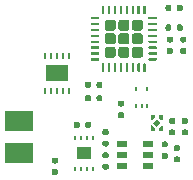
<source format=gtp>
G04 #@! TF.GenerationSoftware,KiCad,Pcbnew,(5.0.1)-4*
G04 #@! TF.CreationDate,2019-02-20T12:29:10+01:00*
G04 #@! TF.ProjectId,nk-fido2,6E6B2D6669646F322E6B696361645F70,R1*
G04 #@! TF.SameCoordinates,PX791ddc0PY5e69114*
G04 #@! TF.FileFunction,Paste,Top*
G04 #@! TF.FilePolarity,Positive*
%FSLAX46Y46*%
G04 Gerber Fmt 4.6, Leading zero omitted, Abs format (unit mm)*
G04 Created by KiCad (PCBNEW (5.0.1)-4) date 20.02.2019 12:29:10*
%MOMM*%
%LPD*%
G01*
G04 APERTURE LIST*
%ADD10C,0.150000*%
%ADD11R,2.480000X1.760000*%
%ADD12R,0.280000X0.480000*%
%ADD13R,1.904000X1.320000*%
%ADD14R,1.200000X1.040000*%
%ADD15R,0.240000X0.440000*%
%ADD16R,0.848000X0.520000*%
%ADD17C,0.472000*%
%ADD18R,0.080000X0.080000*%
%ADD19C,0.424000*%
%ADD20C,0.930000*%
%ADD21C,0.200000*%
%ADD22R,0.240000X0.360000*%
G04 APERTURE END LIST*
D10*
G04 #@! TO.C,L1*
G36*
X2399200Y-2588500D02*
X2399200Y-3018500D01*
X2499200Y-3018500D01*
X2699200Y-2818500D01*
X2699200Y-2588500D01*
X2399200Y-2588500D01*
G37*
G36*
X3359200Y-2588500D02*
X3359200Y-3018500D01*
X3259200Y-3018500D01*
X3059200Y-2818500D01*
X3059200Y-2588500D01*
X3359200Y-2588500D01*
G37*
G36*
X3359200Y-3888500D02*
X3359200Y-3458500D01*
X3259200Y-3458500D01*
X3059200Y-3658500D01*
X3059200Y-3888500D01*
X3359200Y-3888500D01*
G37*
G36*
X2399200Y-3888500D02*
X2699200Y-3888500D01*
X2699200Y-3658500D01*
X2399200Y-3358500D01*
X2399200Y-3888500D01*
G37*
G04 #@! TD*
D11*
G04 #@! TO.C,L2*
X-8775000Y-3043500D03*
X-8775000Y-5743500D03*
G04 #@! TD*
D12*
G04 #@! TO.C,U5*
X-4570800Y-538500D03*
X-5070800Y-538500D03*
X-5570800Y-538500D03*
X-6070800Y-538500D03*
X-6570800Y-538500D03*
X-6570800Y2461500D03*
X-6070800Y2461500D03*
X-5570800Y2461500D03*
X-5070800Y2461500D03*
X-4570800Y2461500D03*
D13*
X-5570800Y961500D03*
G04 #@! TD*
D14*
G04 #@! TO.C,U4*
X-3320800Y-5803500D03*
D15*
X-4070800Y-4478500D03*
X-3570800Y-4478500D03*
X-3070800Y-4478500D03*
X-2570800Y-4478500D03*
X-4070800Y-7128500D03*
X-3570800Y-7128500D03*
X-3070800Y-7128500D03*
X-2570800Y-7128500D03*
G04 #@! TD*
D16*
G04 #@! TO.C,U2*
X-70800Y-5003500D03*
X-70800Y-5953500D03*
X-70800Y-6903500D03*
X2129200Y-6903500D03*
X2129200Y-5003500D03*
X2129200Y-5953500D03*
G04 #@! TD*
D10*
G04 #@! TO.C,R5*
G36*
X4728766Y-6088068D02*
X4740221Y-6089767D01*
X4751454Y-6092581D01*
X4762357Y-6096482D01*
X4772825Y-6101433D01*
X4782757Y-6107387D01*
X4792058Y-6114285D01*
X4800639Y-6122061D01*
X4808415Y-6130642D01*
X4815313Y-6139943D01*
X4821267Y-6149875D01*
X4826218Y-6160343D01*
X4830119Y-6171246D01*
X4832933Y-6182479D01*
X4834632Y-6193934D01*
X4835200Y-6205500D01*
X4835200Y-6441500D01*
X4834632Y-6453066D01*
X4832933Y-6464521D01*
X4830119Y-6475754D01*
X4826218Y-6486657D01*
X4821267Y-6497125D01*
X4815313Y-6507057D01*
X4808415Y-6516358D01*
X4800639Y-6524939D01*
X4792058Y-6532715D01*
X4782757Y-6539613D01*
X4772825Y-6545567D01*
X4762357Y-6550518D01*
X4751454Y-6554419D01*
X4740221Y-6557233D01*
X4728766Y-6558932D01*
X4717200Y-6559500D01*
X4441200Y-6559500D01*
X4429634Y-6558932D01*
X4418179Y-6557233D01*
X4406946Y-6554419D01*
X4396043Y-6550518D01*
X4385575Y-6545567D01*
X4375643Y-6539613D01*
X4366342Y-6532715D01*
X4357761Y-6524939D01*
X4349985Y-6516358D01*
X4343087Y-6507057D01*
X4337133Y-6497125D01*
X4332182Y-6486657D01*
X4328281Y-6475754D01*
X4325467Y-6464521D01*
X4323768Y-6453066D01*
X4323200Y-6441500D01*
X4323200Y-6205500D01*
X4323768Y-6193934D01*
X4325467Y-6182479D01*
X4328281Y-6171246D01*
X4332182Y-6160343D01*
X4337133Y-6149875D01*
X4343087Y-6139943D01*
X4349985Y-6130642D01*
X4357761Y-6122061D01*
X4366342Y-6114285D01*
X4375643Y-6107387D01*
X4385575Y-6101433D01*
X4396043Y-6096482D01*
X4406946Y-6092581D01*
X4418179Y-6089767D01*
X4429634Y-6088068D01*
X4441200Y-6087500D01*
X4717200Y-6087500D01*
X4728766Y-6088068D01*
X4728766Y-6088068D01*
G37*
D17*
X4579200Y-6323500D03*
D10*
G36*
X4728766Y-5118068D02*
X4740221Y-5119767D01*
X4751454Y-5122581D01*
X4762357Y-5126482D01*
X4772825Y-5131433D01*
X4782757Y-5137387D01*
X4792058Y-5144285D01*
X4800639Y-5152061D01*
X4808415Y-5160642D01*
X4815313Y-5169943D01*
X4821267Y-5179875D01*
X4826218Y-5190343D01*
X4830119Y-5201246D01*
X4832933Y-5212479D01*
X4834632Y-5223934D01*
X4835200Y-5235500D01*
X4835200Y-5471500D01*
X4834632Y-5483066D01*
X4832933Y-5494521D01*
X4830119Y-5505754D01*
X4826218Y-5516657D01*
X4821267Y-5527125D01*
X4815313Y-5537057D01*
X4808415Y-5546358D01*
X4800639Y-5554939D01*
X4792058Y-5562715D01*
X4782757Y-5569613D01*
X4772825Y-5575567D01*
X4762357Y-5580518D01*
X4751454Y-5584419D01*
X4740221Y-5587233D01*
X4728766Y-5588932D01*
X4717200Y-5589500D01*
X4441200Y-5589500D01*
X4429634Y-5588932D01*
X4418179Y-5587233D01*
X4406946Y-5584419D01*
X4396043Y-5580518D01*
X4385575Y-5575567D01*
X4375643Y-5569613D01*
X4366342Y-5562715D01*
X4357761Y-5554939D01*
X4349985Y-5546358D01*
X4343087Y-5537057D01*
X4337133Y-5527125D01*
X4332182Y-5516657D01*
X4328281Y-5505754D01*
X4325467Y-5494521D01*
X4323768Y-5483066D01*
X4323200Y-5471500D01*
X4323200Y-5235500D01*
X4323768Y-5223934D01*
X4325467Y-5212479D01*
X4328281Y-5201246D01*
X4332182Y-5190343D01*
X4337133Y-5179875D01*
X4343087Y-5169943D01*
X4349985Y-5160642D01*
X4357761Y-5152061D01*
X4366342Y-5144285D01*
X4375643Y-5137387D01*
X4385575Y-5131433D01*
X4396043Y-5126482D01*
X4406946Y-5122581D01*
X4418179Y-5119767D01*
X4429634Y-5118068D01*
X4441200Y-5117500D01*
X4717200Y-5117500D01*
X4728766Y-5118068D01*
X4728766Y-5118068D01*
G37*
D17*
X4579200Y-5353500D03*
G04 #@! TD*
D18*
G04 #@! TO.C,L1*
X2519200Y-2788500D03*
X3229200Y-2788500D03*
X3239200Y-3708500D03*
X2519200Y-3708500D03*
D19*
X2879200Y-3238500D03*
D10*
G36*
X2879200Y-3538313D02*
X2579387Y-3238500D01*
X2879200Y-2938687D01*
X3179013Y-3238500D01*
X2879200Y-3538313D01*
X2879200Y-3538313D01*
G37*
G04 #@! TD*
G04 #@! TO.C,U1*
G36*
X1484489Y5510380D02*
X1507058Y5507033D01*
X1529191Y5501489D01*
X1550674Y5493802D01*
X1571300Y5484047D01*
X1590870Y5472317D01*
X1609196Y5458725D01*
X1626102Y5443402D01*
X1641425Y5426496D01*
X1655017Y5408170D01*
X1666747Y5388600D01*
X1676502Y5367974D01*
X1684189Y5346491D01*
X1689733Y5324358D01*
X1693080Y5301789D01*
X1694200Y5279000D01*
X1694200Y4814000D01*
X1693080Y4791211D01*
X1689733Y4768642D01*
X1684189Y4746509D01*
X1676502Y4725026D01*
X1666747Y4704400D01*
X1655017Y4684830D01*
X1641425Y4666504D01*
X1626102Y4649598D01*
X1609196Y4634275D01*
X1590870Y4620683D01*
X1571300Y4608953D01*
X1550674Y4599198D01*
X1529191Y4591511D01*
X1507058Y4585967D01*
X1484489Y4582620D01*
X1461700Y4581500D01*
X996700Y4581500D01*
X973911Y4582620D01*
X951342Y4585967D01*
X929209Y4591511D01*
X907726Y4599198D01*
X887100Y4608953D01*
X867530Y4620683D01*
X849204Y4634275D01*
X832298Y4649598D01*
X816975Y4666504D01*
X803383Y4684830D01*
X791653Y4704400D01*
X781898Y4725026D01*
X774211Y4746509D01*
X768667Y4768642D01*
X765320Y4791211D01*
X764200Y4814000D01*
X764200Y5279000D01*
X765320Y5301789D01*
X768667Y5324358D01*
X774211Y5346491D01*
X781898Y5367974D01*
X791653Y5388600D01*
X803383Y5408170D01*
X816975Y5426496D01*
X832298Y5443402D01*
X849204Y5458725D01*
X867530Y5472317D01*
X887100Y5484047D01*
X907726Y5493802D01*
X929209Y5501489D01*
X951342Y5507033D01*
X973911Y5510380D01*
X996700Y5511500D01*
X1461700Y5511500D01*
X1484489Y5510380D01*
X1484489Y5510380D01*
G37*
D20*
X1229200Y5046500D03*
D10*
G36*
X334489Y5510380D02*
X357058Y5507033D01*
X379191Y5501489D01*
X400674Y5493802D01*
X421300Y5484047D01*
X440870Y5472317D01*
X459196Y5458725D01*
X476102Y5443402D01*
X491425Y5426496D01*
X505017Y5408170D01*
X516747Y5388600D01*
X526502Y5367974D01*
X534189Y5346491D01*
X539733Y5324358D01*
X543080Y5301789D01*
X544200Y5279000D01*
X544200Y4814000D01*
X543080Y4791211D01*
X539733Y4768642D01*
X534189Y4746509D01*
X526502Y4725026D01*
X516747Y4704400D01*
X505017Y4684830D01*
X491425Y4666504D01*
X476102Y4649598D01*
X459196Y4634275D01*
X440870Y4620683D01*
X421300Y4608953D01*
X400674Y4599198D01*
X379191Y4591511D01*
X357058Y4585967D01*
X334489Y4582620D01*
X311700Y4581500D01*
X-153300Y4581500D01*
X-176089Y4582620D01*
X-198658Y4585967D01*
X-220791Y4591511D01*
X-242274Y4599198D01*
X-262900Y4608953D01*
X-282470Y4620683D01*
X-300796Y4634275D01*
X-317702Y4649598D01*
X-333025Y4666504D01*
X-346617Y4684830D01*
X-358347Y4704400D01*
X-368102Y4725026D01*
X-375789Y4746509D01*
X-381333Y4768642D01*
X-384680Y4791211D01*
X-385800Y4814000D01*
X-385800Y5279000D01*
X-384680Y5301789D01*
X-381333Y5324358D01*
X-375789Y5346491D01*
X-368102Y5367974D01*
X-358347Y5388600D01*
X-346617Y5408170D01*
X-333025Y5426496D01*
X-317702Y5443402D01*
X-300796Y5458725D01*
X-282470Y5472317D01*
X-262900Y5484047D01*
X-242274Y5493802D01*
X-220791Y5501489D01*
X-198658Y5507033D01*
X-176089Y5510380D01*
X-153300Y5511500D01*
X311700Y5511500D01*
X334489Y5510380D01*
X334489Y5510380D01*
G37*
D20*
X79200Y5046500D03*
D10*
G36*
X-815511Y5510380D02*
X-792942Y5507033D01*
X-770809Y5501489D01*
X-749326Y5493802D01*
X-728700Y5484047D01*
X-709130Y5472317D01*
X-690804Y5458725D01*
X-673898Y5443402D01*
X-658575Y5426496D01*
X-644983Y5408170D01*
X-633253Y5388600D01*
X-623498Y5367974D01*
X-615811Y5346491D01*
X-610267Y5324358D01*
X-606920Y5301789D01*
X-605800Y5279000D01*
X-605800Y4814000D01*
X-606920Y4791211D01*
X-610267Y4768642D01*
X-615811Y4746509D01*
X-623498Y4725026D01*
X-633253Y4704400D01*
X-644983Y4684830D01*
X-658575Y4666504D01*
X-673898Y4649598D01*
X-690804Y4634275D01*
X-709130Y4620683D01*
X-728700Y4608953D01*
X-749326Y4599198D01*
X-770809Y4591511D01*
X-792942Y4585967D01*
X-815511Y4582620D01*
X-838300Y4581500D01*
X-1303300Y4581500D01*
X-1326089Y4582620D01*
X-1348658Y4585967D01*
X-1370791Y4591511D01*
X-1392274Y4599198D01*
X-1412900Y4608953D01*
X-1432470Y4620683D01*
X-1450796Y4634275D01*
X-1467702Y4649598D01*
X-1483025Y4666504D01*
X-1496617Y4684830D01*
X-1508347Y4704400D01*
X-1518102Y4725026D01*
X-1525789Y4746509D01*
X-1531333Y4768642D01*
X-1534680Y4791211D01*
X-1535800Y4814000D01*
X-1535800Y5279000D01*
X-1534680Y5301789D01*
X-1531333Y5324358D01*
X-1525789Y5346491D01*
X-1518102Y5367974D01*
X-1508347Y5388600D01*
X-1496617Y5408170D01*
X-1483025Y5426496D01*
X-1467702Y5443402D01*
X-1450796Y5458725D01*
X-1432470Y5472317D01*
X-1412900Y5484047D01*
X-1392274Y5493802D01*
X-1370791Y5501489D01*
X-1348658Y5507033D01*
X-1326089Y5510380D01*
X-1303300Y5511500D01*
X-838300Y5511500D01*
X-815511Y5510380D01*
X-815511Y5510380D01*
G37*
D20*
X-1070800Y5046500D03*
D10*
G36*
X1484489Y4360380D02*
X1507058Y4357033D01*
X1529191Y4351489D01*
X1550674Y4343802D01*
X1571300Y4334047D01*
X1590870Y4322317D01*
X1609196Y4308725D01*
X1626102Y4293402D01*
X1641425Y4276496D01*
X1655017Y4258170D01*
X1666747Y4238600D01*
X1676502Y4217974D01*
X1684189Y4196491D01*
X1689733Y4174358D01*
X1693080Y4151789D01*
X1694200Y4129000D01*
X1694200Y3664000D01*
X1693080Y3641211D01*
X1689733Y3618642D01*
X1684189Y3596509D01*
X1676502Y3575026D01*
X1666747Y3554400D01*
X1655017Y3534830D01*
X1641425Y3516504D01*
X1626102Y3499598D01*
X1609196Y3484275D01*
X1590870Y3470683D01*
X1571300Y3458953D01*
X1550674Y3449198D01*
X1529191Y3441511D01*
X1507058Y3435967D01*
X1484489Y3432620D01*
X1461700Y3431500D01*
X996700Y3431500D01*
X973911Y3432620D01*
X951342Y3435967D01*
X929209Y3441511D01*
X907726Y3449198D01*
X887100Y3458953D01*
X867530Y3470683D01*
X849204Y3484275D01*
X832298Y3499598D01*
X816975Y3516504D01*
X803383Y3534830D01*
X791653Y3554400D01*
X781898Y3575026D01*
X774211Y3596509D01*
X768667Y3618642D01*
X765320Y3641211D01*
X764200Y3664000D01*
X764200Y4129000D01*
X765320Y4151789D01*
X768667Y4174358D01*
X774211Y4196491D01*
X781898Y4217974D01*
X791653Y4238600D01*
X803383Y4258170D01*
X816975Y4276496D01*
X832298Y4293402D01*
X849204Y4308725D01*
X867530Y4322317D01*
X887100Y4334047D01*
X907726Y4343802D01*
X929209Y4351489D01*
X951342Y4357033D01*
X973911Y4360380D01*
X996700Y4361500D01*
X1461700Y4361500D01*
X1484489Y4360380D01*
X1484489Y4360380D01*
G37*
D20*
X1229200Y3896500D03*
D10*
G36*
X334489Y4360380D02*
X357058Y4357033D01*
X379191Y4351489D01*
X400674Y4343802D01*
X421300Y4334047D01*
X440870Y4322317D01*
X459196Y4308725D01*
X476102Y4293402D01*
X491425Y4276496D01*
X505017Y4258170D01*
X516747Y4238600D01*
X526502Y4217974D01*
X534189Y4196491D01*
X539733Y4174358D01*
X543080Y4151789D01*
X544200Y4129000D01*
X544200Y3664000D01*
X543080Y3641211D01*
X539733Y3618642D01*
X534189Y3596509D01*
X526502Y3575026D01*
X516747Y3554400D01*
X505017Y3534830D01*
X491425Y3516504D01*
X476102Y3499598D01*
X459196Y3484275D01*
X440870Y3470683D01*
X421300Y3458953D01*
X400674Y3449198D01*
X379191Y3441511D01*
X357058Y3435967D01*
X334489Y3432620D01*
X311700Y3431500D01*
X-153300Y3431500D01*
X-176089Y3432620D01*
X-198658Y3435967D01*
X-220791Y3441511D01*
X-242274Y3449198D01*
X-262900Y3458953D01*
X-282470Y3470683D01*
X-300796Y3484275D01*
X-317702Y3499598D01*
X-333025Y3516504D01*
X-346617Y3534830D01*
X-358347Y3554400D01*
X-368102Y3575026D01*
X-375789Y3596509D01*
X-381333Y3618642D01*
X-384680Y3641211D01*
X-385800Y3664000D01*
X-385800Y4129000D01*
X-384680Y4151789D01*
X-381333Y4174358D01*
X-375789Y4196491D01*
X-368102Y4217974D01*
X-358347Y4238600D01*
X-346617Y4258170D01*
X-333025Y4276496D01*
X-317702Y4293402D01*
X-300796Y4308725D01*
X-282470Y4322317D01*
X-262900Y4334047D01*
X-242274Y4343802D01*
X-220791Y4351489D01*
X-198658Y4357033D01*
X-176089Y4360380D01*
X-153300Y4361500D01*
X311700Y4361500D01*
X334489Y4360380D01*
X334489Y4360380D01*
G37*
D20*
X79200Y3896500D03*
D10*
G36*
X-815511Y4360380D02*
X-792942Y4357033D01*
X-770809Y4351489D01*
X-749326Y4343802D01*
X-728700Y4334047D01*
X-709130Y4322317D01*
X-690804Y4308725D01*
X-673898Y4293402D01*
X-658575Y4276496D01*
X-644983Y4258170D01*
X-633253Y4238600D01*
X-623498Y4217974D01*
X-615811Y4196491D01*
X-610267Y4174358D01*
X-606920Y4151789D01*
X-605800Y4129000D01*
X-605800Y3664000D01*
X-606920Y3641211D01*
X-610267Y3618642D01*
X-615811Y3596509D01*
X-623498Y3575026D01*
X-633253Y3554400D01*
X-644983Y3534830D01*
X-658575Y3516504D01*
X-673898Y3499598D01*
X-690804Y3484275D01*
X-709130Y3470683D01*
X-728700Y3458953D01*
X-749326Y3449198D01*
X-770809Y3441511D01*
X-792942Y3435967D01*
X-815511Y3432620D01*
X-838300Y3431500D01*
X-1303300Y3431500D01*
X-1326089Y3432620D01*
X-1348658Y3435967D01*
X-1370791Y3441511D01*
X-1392274Y3449198D01*
X-1412900Y3458953D01*
X-1432470Y3470683D01*
X-1450796Y3484275D01*
X-1467702Y3499598D01*
X-1483025Y3516504D01*
X-1496617Y3534830D01*
X-1508347Y3554400D01*
X-1518102Y3575026D01*
X-1525789Y3596509D01*
X-1531333Y3618642D01*
X-1534680Y3641211D01*
X-1535800Y3664000D01*
X-1535800Y4129000D01*
X-1534680Y4151789D01*
X-1531333Y4174358D01*
X-1525789Y4196491D01*
X-1518102Y4217974D01*
X-1508347Y4238600D01*
X-1496617Y4258170D01*
X-1483025Y4276496D01*
X-1467702Y4293402D01*
X-1450796Y4308725D01*
X-1432470Y4322317D01*
X-1412900Y4334047D01*
X-1392274Y4343802D01*
X-1370791Y4351489D01*
X-1348658Y4357033D01*
X-1326089Y4360380D01*
X-1303300Y4361500D01*
X-838300Y4361500D01*
X-815511Y4360380D01*
X-815511Y4360380D01*
G37*
D20*
X-1070800Y3896500D03*
D10*
G36*
X1484489Y3210380D02*
X1507058Y3207033D01*
X1529191Y3201489D01*
X1550674Y3193802D01*
X1571300Y3184047D01*
X1590870Y3172317D01*
X1609196Y3158725D01*
X1626102Y3143402D01*
X1641425Y3126496D01*
X1655017Y3108170D01*
X1666747Y3088600D01*
X1676502Y3067974D01*
X1684189Y3046491D01*
X1689733Y3024358D01*
X1693080Y3001789D01*
X1694200Y2979000D01*
X1694200Y2514000D01*
X1693080Y2491211D01*
X1689733Y2468642D01*
X1684189Y2446509D01*
X1676502Y2425026D01*
X1666747Y2404400D01*
X1655017Y2384830D01*
X1641425Y2366504D01*
X1626102Y2349598D01*
X1609196Y2334275D01*
X1590870Y2320683D01*
X1571300Y2308953D01*
X1550674Y2299198D01*
X1529191Y2291511D01*
X1507058Y2285967D01*
X1484489Y2282620D01*
X1461700Y2281500D01*
X996700Y2281500D01*
X973911Y2282620D01*
X951342Y2285967D01*
X929209Y2291511D01*
X907726Y2299198D01*
X887100Y2308953D01*
X867530Y2320683D01*
X849204Y2334275D01*
X832298Y2349598D01*
X816975Y2366504D01*
X803383Y2384830D01*
X791653Y2404400D01*
X781898Y2425026D01*
X774211Y2446509D01*
X768667Y2468642D01*
X765320Y2491211D01*
X764200Y2514000D01*
X764200Y2979000D01*
X765320Y3001789D01*
X768667Y3024358D01*
X774211Y3046491D01*
X781898Y3067974D01*
X791653Y3088600D01*
X803383Y3108170D01*
X816975Y3126496D01*
X832298Y3143402D01*
X849204Y3158725D01*
X867530Y3172317D01*
X887100Y3184047D01*
X907726Y3193802D01*
X929209Y3201489D01*
X951342Y3207033D01*
X973911Y3210380D01*
X996700Y3211500D01*
X1461700Y3211500D01*
X1484489Y3210380D01*
X1484489Y3210380D01*
G37*
D20*
X1229200Y2746500D03*
D10*
G36*
X334489Y3210380D02*
X357058Y3207033D01*
X379191Y3201489D01*
X400674Y3193802D01*
X421300Y3184047D01*
X440870Y3172317D01*
X459196Y3158725D01*
X476102Y3143402D01*
X491425Y3126496D01*
X505017Y3108170D01*
X516747Y3088600D01*
X526502Y3067974D01*
X534189Y3046491D01*
X539733Y3024358D01*
X543080Y3001789D01*
X544200Y2979000D01*
X544200Y2514000D01*
X543080Y2491211D01*
X539733Y2468642D01*
X534189Y2446509D01*
X526502Y2425026D01*
X516747Y2404400D01*
X505017Y2384830D01*
X491425Y2366504D01*
X476102Y2349598D01*
X459196Y2334275D01*
X440870Y2320683D01*
X421300Y2308953D01*
X400674Y2299198D01*
X379191Y2291511D01*
X357058Y2285967D01*
X334489Y2282620D01*
X311700Y2281500D01*
X-153300Y2281500D01*
X-176089Y2282620D01*
X-198658Y2285967D01*
X-220791Y2291511D01*
X-242274Y2299198D01*
X-262900Y2308953D01*
X-282470Y2320683D01*
X-300796Y2334275D01*
X-317702Y2349598D01*
X-333025Y2366504D01*
X-346617Y2384830D01*
X-358347Y2404400D01*
X-368102Y2425026D01*
X-375789Y2446509D01*
X-381333Y2468642D01*
X-384680Y2491211D01*
X-385800Y2514000D01*
X-385800Y2979000D01*
X-384680Y3001789D01*
X-381333Y3024358D01*
X-375789Y3046491D01*
X-368102Y3067974D01*
X-358347Y3088600D01*
X-346617Y3108170D01*
X-333025Y3126496D01*
X-317702Y3143402D01*
X-300796Y3158725D01*
X-282470Y3172317D01*
X-262900Y3184047D01*
X-242274Y3193802D01*
X-220791Y3201489D01*
X-198658Y3207033D01*
X-176089Y3210380D01*
X-153300Y3211500D01*
X311700Y3211500D01*
X334489Y3210380D01*
X334489Y3210380D01*
G37*
D20*
X79200Y2746500D03*
D10*
G36*
X-815511Y3210380D02*
X-792942Y3207033D01*
X-770809Y3201489D01*
X-749326Y3193802D01*
X-728700Y3184047D01*
X-709130Y3172317D01*
X-690804Y3158725D01*
X-673898Y3143402D01*
X-658575Y3126496D01*
X-644983Y3108170D01*
X-633253Y3088600D01*
X-623498Y3067974D01*
X-615811Y3046491D01*
X-610267Y3024358D01*
X-606920Y3001789D01*
X-605800Y2979000D01*
X-605800Y2514000D01*
X-606920Y2491211D01*
X-610267Y2468642D01*
X-615811Y2446509D01*
X-623498Y2425026D01*
X-633253Y2404400D01*
X-644983Y2384830D01*
X-658575Y2366504D01*
X-673898Y2349598D01*
X-690804Y2334275D01*
X-709130Y2320683D01*
X-728700Y2308953D01*
X-749326Y2299198D01*
X-770809Y2291511D01*
X-792942Y2285967D01*
X-815511Y2282620D01*
X-838300Y2281500D01*
X-1303300Y2281500D01*
X-1326089Y2282620D01*
X-1348658Y2285967D01*
X-1370791Y2291511D01*
X-1392274Y2299198D01*
X-1412900Y2308953D01*
X-1432470Y2320683D01*
X-1450796Y2334275D01*
X-1467702Y2349598D01*
X-1483025Y2366504D01*
X-1496617Y2384830D01*
X-1508347Y2404400D01*
X-1518102Y2425026D01*
X-1525789Y2446509D01*
X-1531333Y2468642D01*
X-1534680Y2491211D01*
X-1535800Y2514000D01*
X-1535800Y2979000D01*
X-1534680Y3001789D01*
X-1531333Y3024358D01*
X-1525789Y3046491D01*
X-1518102Y3067974D01*
X-1508347Y3088600D01*
X-1496617Y3108170D01*
X-1483025Y3126496D01*
X-1467702Y3143402D01*
X-1450796Y3158725D01*
X-1432470Y3172317D01*
X-1412900Y3184047D01*
X-1392274Y3193802D01*
X-1370791Y3201489D01*
X-1348658Y3207033D01*
X-1326089Y3210380D01*
X-1303300Y3211500D01*
X-838300Y3211500D01*
X-815511Y3210380D01*
X-815511Y3210380D01*
G37*
D20*
X-1070800Y2746500D03*
D10*
G36*
X1884101Y6683759D02*
X1888955Y6683039D01*
X1893714Y6681847D01*
X1898334Y6680194D01*
X1902770Y6678096D01*
X1906979Y6675573D01*
X1910920Y6672651D01*
X1914555Y6669355D01*
X1917851Y6665720D01*
X1920773Y6661779D01*
X1923296Y6657570D01*
X1925394Y6653134D01*
X1927047Y6648514D01*
X1928239Y6643755D01*
X1928959Y6638901D01*
X1929200Y6634000D01*
X1929200Y6034000D01*
X1928959Y6029099D01*
X1928239Y6024245D01*
X1927047Y6019486D01*
X1925394Y6014866D01*
X1923296Y6010430D01*
X1920773Y6006221D01*
X1917851Y6002280D01*
X1914555Y5998645D01*
X1910920Y5995349D01*
X1906979Y5992427D01*
X1902770Y5989904D01*
X1898334Y5987806D01*
X1893714Y5986153D01*
X1888955Y5984961D01*
X1884101Y5984241D01*
X1879200Y5984000D01*
X1779200Y5984000D01*
X1774299Y5984241D01*
X1769445Y5984961D01*
X1764686Y5986153D01*
X1760066Y5987806D01*
X1755630Y5989904D01*
X1751421Y5992427D01*
X1747480Y5995349D01*
X1743845Y5998645D01*
X1740549Y6002280D01*
X1737627Y6006221D01*
X1735104Y6010430D01*
X1733006Y6014866D01*
X1731353Y6019486D01*
X1730161Y6024245D01*
X1729441Y6029099D01*
X1729200Y6034000D01*
X1729200Y6634000D01*
X1729441Y6638901D01*
X1730161Y6643755D01*
X1731353Y6648514D01*
X1733006Y6653134D01*
X1735104Y6657570D01*
X1737627Y6661779D01*
X1740549Y6665720D01*
X1743845Y6669355D01*
X1747480Y6672651D01*
X1751421Y6675573D01*
X1755630Y6678096D01*
X1760066Y6680194D01*
X1764686Y6681847D01*
X1769445Y6683039D01*
X1774299Y6683759D01*
X1779200Y6684000D01*
X1879200Y6684000D01*
X1884101Y6683759D01*
X1884101Y6683759D01*
G37*
D21*
X1829200Y6334000D03*
D10*
G36*
X1384101Y6683759D02*
X1388955Y6683039D01*
X1393714Y6681847D01*
X1398334Y6680194D01*
X1402770Y6678096D01*
X1406979Y6675573D01*
X1410920Y6672651D01*
X1414555Y6669355D01*
X1417851Y6665720D01*
X1420773Y6661779D01*
X1423296Y6657570D01*
X1425394Y6653134D01*
X1427047Y6648514D01*
X1428239Y6643755D01*
X1428959Y6638901D01*
X1429200Y6634000D01*
X1429200Y6034000D01*
X1428959Y6029099D01*
X1428239Y6024245D01*
X1427047Y6019486D01*
X1425394Y6014866D01*
X1423296Y6010430D01*
X1420773Y6006221D01*
X1417851Y6002280D01*
X1414555Y5998645D01*
X1410920Y5995349D01*
X1406979Y5992427D01*
X1402770Y5989904D01*
X1398334Y5987806D01*
X1393714Y5986153D01*
X1388955Y5984961D01*
X1384101Y5984241D01*
X1379200Y5984000D01*
X1279200Y5984000D01*
X1274299Y5984241D01*
X1269445Y5984961D01*
X1264686Y5986153D01*
X1260066Y5987806D01*
X1255630Y5989904D01*
X1251421Y5992427D01*
X1247480Y5995349D01*
X1243845Y5998645D01*
X1240549Y6002280D01*
X1237627Y6006221D01*
X1235104Y6010430D01*
X1233006Y6014866D01*
X1231353Y6019486D01*
X1230161Y6024245D01*
X1229441Y6029099D01*
X1229200Y6034000D01*
X1229200Y6634000D01*
X1229441Y6638901D01*
X1230161Y6643755D01*
X1231353Y6648514D01*
X1233006Y6653134D01*
X1235104Y6657570D01*
X1237627Y6661779D01*
X1240549Y6665720D01*
X1243845Y6669355D01*
X1247480Y6672651D01*
X1251421Y6675573D01*
X1255630Y6678096D01*
X1260066Y6680194D01*
X1264686Y6681847D01*
X1269445Y6683039D01*
X1274299Y6683759D01*
X1279200Y6684000D01*
X1379200Y6684000D01*
X1384101Y6683759D01*
X1384101Y6683759D01*
G37*
D21*
X1329200Y6334000D03*
D10*
G36*
X884101Y6683759D02*
X888955Y6683039D01*
X893714Y6681847D01*
X898334Y6680194D01*
X902770Y6678096D01*
X906979Y6675573D01*
X910920Y6672651D01*
X914555Y6669355D01*
X917851Y6665720D01*
X920773Y6661779D01*
X923296Y6657570D01*
X925394Y6653134D01*
X927047Y6648514D01*
X928239Y6643755D01*
X928959Y6638901D01*
X929200Y6634000D01*
X929200Y6034000D01*
X928959Y6029099D01*
X928239Y6024245D01*
X927047Y6019486D01*
X925394Y6014866D01*
X923296Y6010430D01*
X920773Y6006221D01*
X917851Y6002280D01*
X914555Y5998645D01*
X910920Y5995349D01*
X906979Y5992427D01*
X902770Y5989904D01*
X898334Y5987806D01*
X893714Y5986153D01*
X888955Y5984961D01*
X884101Y5984241D01*
X879200Y5984000D01*
X779200Y5984000D01*
X774299Y5984241D01*
X769445Y5984961D01*
X764686Y5986153D01*
X760066Y5987806D01*
X755630Y5989904D01*
X751421Y5992427D01*
X747480Y5995349D01*
X743845Y5998645D01*
X740549Y6002280D01*
X737627Y6006221D01*
X735104Y6010430D01*
X733006Y6014866D01*
X731353Y6019486D01*
X730161Y6024245D01*
X729441Y6029099D01*
X729200Y6034000D01*
X729200Y6634000D01*
X729441Y6638901D01*
X730161Y6643755D01*
X731353Y6648514D01*
X733006Y6653134D01*
X735104Y6657570D01*
X737627Y6661779D01*
X740549Y6665720D01*
X743845Y6669355D01*
X747480Y6672651D01*
X751421Y6675573D01*
X755630Y6678096D01*
X760066Y6680194D01*
X764686Y6681847D01*
X769445Y6683039D01*
X774299Y6683759D01*
X779200Y6684000D01*
X879200Y6684000D01*
X884101Y6683759D01*
X884101Y6683759D01*
G37*
D21*
X829200Y6334000D03*
D10*
G36*
X384101Y6683759D02*
X388955Y6683039D01*
X393714Y6681847D01*
X398334Y6680194D01*
X402770Y6678096D01*
X406979Y6675573D01*
X410920Y6672651D01*
X414555Y6669355D01*
X417851Y6665720D01*
X420773Y6661779D01*
X423296Y6657570D01*
X425394Y6653134D01*
X427047Y6648514D01*
X428239Y6643755D01*
X428959Y6638901D01*
X429200Y6634000D01*
X429200Y6034000D01*
X428959Y6029099D01*
X428239Y6024245D01*
X427047Y6019486D01*
X425394Y6014866D01*
X423296Y6010430D01*
X420773Y6006221D01*
X417851Y6002280D01*
X414555Y5998645D01*
X410920Y5995349D01*
X406979Y5992427D01*
X402770Y5989904D01*
X398334Y5987806D01*
X393714Y5986153D01*
X388955Y5984961D01*
X384101Y5984241D01*
X379200Y5984000D01*
X279200Y5984000D01*
X274299Y5984241D01*
X269445Y5984961D01*
X264686Y5986153D01*
X260066Y5987806D01*
X255630Y5989904D01*
X251421Y5992427D01*
X247480Y5995349D01*
X243845Y5998645D01*
X240549Y6002280D01*
X237627Y6006221D01*
X235104Y6010430D01*
X233006Y6014866D01*
X231353Y6019486D01*
X230161Y6024245D01*
X229441Y6029099D01*
X229200Y6034000D01*
X229200Y6634000D01*
X229441Y6638901D01*
X230161Y6643755D01*
X231353Y6648514D01*
X233006Y6653134D01*
X235104Y6657570D01*
X237627Y6661779D01*
X240549Y6665720D01*
X243845Y6669355D01*
X247480Y6672651D01*
X251421Y6675573D01*
X255630Y6678096D01*
X260066Y6680194D01*
X264686Y6681847D01*
X269445Y6683039D01*
X274299Y6683759D01*
X279200Y6684000D01*
X379200Y6684000D01*
X384101Y6683759D01*
X384101Y6683759D01*
G37*
D21*
X329200Y6334000D03*
D10*
G36*
X-115899Y6683759D02*
X-111045Y6683039D01*
X-106286Y6681847D01*
X-101666Y6680194D01*
X-97230Y6678096D01*
X-93021Y6675573D01*
X-89080Y6672651D01*
X-85445Y6669355D01*
X-82149Y6665720D01*
X-79227Y6661779D01*
X-76704Y6657570D01*
X-74606Y6653134D01*
X-72953Y6648514D01*
X-71761Y6643755D01*
X-71041Y6638901D01*
X-70800Y6634000D01*
X-70800Y6034000D01*
X-71041Y6029099D01*
X-71761Y6024245D01*
X-72953Y6019486D01*
X-74606Y6014866D01*
X-76704Y6010430D01*
X-79227Y6006221D01*
X-82149Y6002280D01*
X-85445Y5998645D01*
X-89080Y5995349D01*
X-93021Y5992427D01*
X-97230Y5989904D01*
X-101666Y5987806D01*
X-106286Y5986153D01*
X-111045Y5984961D01*
X-115899Y5984241D01*
X-120800Y5984000D01*
X-220800Y5984000D01*
X-225701Y5984241D01*
X-230555Y5984961D01*
X-235314Y5986153D01*
X-239934Y5987806D01*
X-244370Y5989904D01*
X-248579Y5992427D01*
X-252520Y5995349D01*
X-256155Y5998645D01*
X-259451Y6002280D01*
X-262373Y6006221D01*
X-264896Y6010430D01*
X-266994Y6014866D01*
X-268647Y6019486D01*
X-269839Y6024245D01*
X-270559Y6029099D01*
X-270800Y6034000D01*
X-270800Y6634000D01*
X-270559Y6638901D01*
X-269839Y6643755D01*
X-268647Y6648514D01*
X-266994Y6653134D01*
X-264896Y6657570D01*
X-262373Y6661779D01*
X-259451Y6665720D01*
X-256155Y6669355D01*
X-252520Y6672651D01*
X-248579Y6675573D01*
X-244370Y6678096D01*
X-239934Y6680194D01*
X-235314Y6681847D01*
X-230555Y6683039D01*
X-225701Y6683759D01*
X-220800Y6684000D01*
X-120800Y6684000D01*
X-115899Y6683759D01*
X-115899Y6683759D01*
G37*
D21*
X-170800Y6334000D03*
D10*
G36*
X-615899Y6683759D02*
X-611045Y6683039D01*
X-606286Y6681847D01*
X-601666Y6680194D01*
X-597230Y6678096D01*
X-593021Y6675573D01*
X-589080Y6672651D01*
X-585445Y6669355D01*
X-582149Y6665720D01*
X-579227Y6661779D01*
X-576704Y6657570D01*
X-574606Y6653134D01*
X-572953Y6648514D01*
X-571761Y6643755D01*
X-571041Y6638901D01*
X-570800Y6634000D01*
X-570800Y6034000D01*
X-571041Y6029099D01*
X-571761Y6024245D01*
X-572953Y6019486D01*
X-574606Y6014866D01*
X-576704Y6010430D01*
X-579227Y6006221D01*
X-582149Y6002280D01*
X-585445Y5998645D01*
X-589080Y5995349D01*
X-593021Y5992427D01*
X-597230Y5989904D01*
X-601666Y5987806D01*
X-606286Y5986153D01*
X-611045Y5984961D01*
X-615899Y5984241D01*
X-620800Y5984000D01*
X-720800Y5984000D01*
X-725701Y5984241D01*
X-730555Y5984961D01*
X-735314Y5986153D01*
X-739934Y5987806D01*
X-744370Y5989904D01*
X-748579Y5992427D01*
X-752520Y5995349D01*
X-756155Y5998645D01*
X-759451Y6002280D01*
X-762373Y6006221D01*
X-764896Y6010430D01*
X-766994Y6014866D01*
X-768647Y6019486D01*
X-769839Y6024245D01*
X-770559Y6029099D01*
X-770800Y6034000D01*
X-770800Y6634000D01*
X-770559Y6638901D01*
X-769839Y6643755D01*
X-768647Y6648514D01*
X-766994Y6653134D01*
X-764896Y6657570D01*
X-762373Y6661779D01*
X-759451Y6665720D01*
X-756155Y6669355D01*
X-752520Y6672651D01*
X-748579Y6675573D01*
X-744370Y6678096D01*
X-739934Y6680194D01*
X-735314Y6681847D01*
X-730555Y6683039D01*
X-725701Y6683759D01*
X-720800Y6684000D01*
X-620800Y6684000D01*
X-615899Y6683759D01*
X-615899Y6683759D01*
G37*
D21*
X-670800Y6334000D03*
D10*
G36*
X-1115899Y6683759D02*
X-1111045Y6683039D01*
X-1106286Y6681847D01*
X-1101666Y6680194D01*
X-1097230Y6678096D01*
X-1093021Y6675573D01*
X-1089080Y6672651D01*
X-1085445Y6669355D01*
X-1082149Y6665720D01*
X-1079227Y6661779D01*
X-1076704Y6657570D01*
X-1074606Y6653134D01*
X-1072953Y6648514D01*
X-1071761Y6643755D01*
X-1071041Y6638901D01*
X-1070800Y6634000D01*
X-1070800Y6034000D01*
X-1071041Y6029099D01*
X-1071761Y6024245D01*
X-1072953Y6019486D01*
X-1074606Y6014866D01*
X-1076704Y6010430D01*
X-1079227Y6006221D01*
X-1082149Y6002280D01*
X-1085445Y5998645D01*
X-1089080Y5995349D01*
X-1093021Y5992427D01*
X-1097230Y5989904D01*
X-1101666Y5987806D01*
X-1106286Y5986153D01*
X-1111045Y5984961D01*
X-1115899Y5984241D01*
X-1120800Y5984000D01*
X-1220800Y5984000D01*
X-1225701Y5984241D01*
X-1230555Y5984961D01*
X-1235314Y5986153D01*
X-1239934Y5987806D01*
X-1244370Y5989904D01*
X-1248579Y5992427D01*
X-1252520Y5995349D01*
X-1256155Y5998645D01*
X-1259451Y6002280D01*
X-1262373Y6006221D01*
X-1264896Y6010430D01*
X-1266994Y6014866D01*
X-1268647Y6019486D01*
X-1269839Y6024245D01*
X-1270559Y6029099D01*
X-1270800Y6034000D01*
X-1270800Y6634000D01*
X-1270559Y6638901D01*
X-1269839Y6643755D01*
X-1268647Y6648514D01*
X-1266994Y6653134D01*
X-1264896Y6657570D01*
X-1262373Y6661779D01*
X-1259451Y6665720D01*
X-1256155Y6669355D01*
X-1252520Y6672651D01*
X-1248579Y6675573D01*
X-1244370Y6678096D01*
X-1239934Y6680194D01*
X-1235314Y6681847D01*
X-1230555Y6683039D01*
X-1225701Y6683759D01*
X-1220800Y6684000D01*
X-1120800Y6684000D01*
X-1115899Y6683759D01*
X-1115899Y6683759D01*
G37*
D21*
X-1170800Y6334000D03*
D10*
G36*
X-1615899Y6683759D02*
X-1611045Y6683039D01*
X-1606286Y6681847D01*
X-1601666Y6680194D01*
X-1597230Y6678096D01*
X-1593021Y6675573D01*
X-1589080Y6672651D01*
X-1585445Y6669355D01*
X-1582149Y6665720D01*
X-1579227Y6661779D01*
X-1576704Y6657570D01*
X-1574606Y6653134D01*
X-1572953Y6648514D01*
X-1571761Y6643755D01*
X-1571041Y6638901D01*
X-1570800Y6634000D01*
X-1570800Y6034000D01*
X-1571041Y6029099D01*
X-1571761Y6024245D01*
X-1572953Y6019486D01*
X-1574606Y6014866D01*
X-1576704Y6010430D01*
X-1579227Y6006221D01*
X-1582149Y6002280D01*
X-1585445Y5998645D01*
X-1589080Y5995349D01*
X-1593021Y5992427D01*
X-1597230Y5989904D01*
X-1601666Y5987806D01*
X-1606286Y5986153D01*
X-1611045Y5984961D01*
X-1615899Y5984241D01*
X-1620800Y5984000D01*
X-1720800Y5984000D01*
X-1725701Y5984241D01*
X-1730555Y5984961D01*
X-1735314Y5986153D01*
X-1739934Y5987806D01*
X-1744370Y5989904D01*
X-1748579Y5992427D01*
X-1752520Y5995349D01*
X-1756155Y5998645D01*
X-1759451Y6002280D01*
X-1762373Y6006221D01*
X-1764896Y6010430D01*
X-1766994Y6014866D01*
X-1768647Y6019486D01*
X-1769839Y6024245D01*
X-1770559Y6029099D01*
X-1770800Y6034000D01*
X-1770800Y6634000D01*
X-1770559Y6638901D01*
X-1769839Y6643755D01*
X-1768647Y6648514D01*
X-1766994Y6653134D01*
X-1764896Y6657570D01*
X-1762373Y6661779D01*
X-1759451Y6665720D01*
X-1756155Y6669355D01*
X-1752520Y6672651D01*
X-1748579Y6675573D01*
X-1744370Y6678096D01*
X-1739934Y6680194D01*
X-1735314Y6681847D01*
X-1730555Y6683039D01*
X-1725701Y6683759D01*
X-1720800Y6684000D01*
X-1620800Y6684000D01*
X-1615899Y6683759D01*
X-1615899Y6683759D01*
G37*
D21*
X-1670800Y6334000D03*
D10*
G36*
X-2053399Y5746259D02*
X-2048545Y5745539D01*
X-2043786Y5744347D01*
X-2039166Y5742694D01*
X-2034730Y5740596D01*
X-2030521Y5738073D01*
X-2026580Y5735151D01*
X-2022945Y5731855D01*
X-2019649Y5728220D01*
X-2016727Y5724279D01*
X-2014204Y5720070D01*
X-2012106Y5715634D01*
X-2010453Y5711014D01*
X-2009261Y5706255D01*
X-2008541Y5701401D01*
X-2008300Y5696500D01*
X-2008300Y5596500D01*
X-2008541Y5591599D01*
X-2009261Y5586745D01*
X-2010453Y5581986D01*
X-2012106Y5577366D01*
X-2014204Y5572930D01*
X-2016727Y5568721D01*
X-2019649Y5564780D01*
X-2022945Y5561145D01*
X-2026580Y5557849D01*
X-2030521Y5554927D01*
X-2034730Y5552404D01*
X-2039166Y5550306D01*
X-2043786Y5548653D01*
X-2048545Y5547461D01*
X-2053399Y5546741D01*
X-2058300Y5546500D01*
X-2658300Y5546500D01*
X-2663201Y5546741D01*
X-2668055Y5547461D01*
X-2672814Y5548653D01*
X-2677434Y5550306D01*
X-2681870Y5552404D01*
X-2686079Y5554927D01*
X-2690020Y5557849D01*
X-2693655Y5561145D01*
X-2696951Y5564780D01*
X-2699873Y5568721D01*
X-2702396Y5572930D01*
X-2704494Y5577366D01*
X-2706147Y5581986D01*
X-2707339Y5586745D01*
X-2708059Y5591599D01*
X-2708300Y5596500D01*
X-2708300Y5696500D01*
X-2708059Y5701401D01*
X-2707339Y5706255D01*
X-2706147Y5711014D01*
X-2704494Y5715634D01*
X-2702396Y5720070D01*
X-2699873Y5724279D01*
X-2696951Y5728220D01*
X-2693655Y5731855D01*
X-2690020Y5735151D01*
X-2686079Y5738073D01*
X-2681870Y5740596D01*
X-2677434Y5742694D01*
X-2672814Y5744347D01*
X-2668055Y5745539D01*
X-2663201Y5746259D01*
X-2658300Y5746500D01*
X-2058300Y5746500D01*
X-2053399Y5746259D01*
X-2053399Y5746259D01*
G37*
D21*
X-2358300Y5646500D03*
D10*
G36*
X-2053399Y5246259D02*
X-2048545Y5245539D01*
X-2043786Y5244347D01*
X-2039166Y5242694D01*
X-2034730Y5240596D01*
X-2030521Y5238073D01*
X-2026580Y5235151D01*
X-2022945Y5231855D01*
X-2019649Y5228220D01*
X-2016727Y5224279D01*
X-2014204Y5220070D01*
X-2012106Y5215634D01*
X-2010453Y5211014D01*
X-2009261Y5206255D01*
X-2008541Y5201401D01*
X-2008300Y5196500D01*
X-2008300Y5096500D01*
X-2008541Y5091599D01*
X-2009261Y5086745D01*
X-2010453Y5081986D01*
X-2012106Y5077366D01*
X-2014204Y5072930D01*
X-2016727Y5068721D01*
X-2019649Y5064780D01*
X-2022945Y5061145D01*
X-2026580Y5057849D01*
X-2030521Y5054927D01*
X-2034730Y5052404D01*
X-2039166Y5050306D01*
X-2043786Y5048653D01*
X-2048545Y5047461D01*
X-2053399Y5046741D01*
X-2058300Y5046500D01*
X-2658300Y5046500D01*
X-2663201Y5046741D01*
X-2668055Y5047461D01*
X-2672814Y5048653D01*
X-2677434Y5050306D01*
X-2681870Y5052404D01*
X-2686079Y5054927D01*
X-2690020Y5057849D01*
X-2693655Y5061145D01*
X-2696951Y5064780D01*
X-2699873Y5068721D01*
X-2702396Y5072930D01*
X-2704494Y5077366D01*
X-2706147Y5081986D01*
X-2707339Y5086745D01*
X-2708059Y5091599D01*
X-2708300Y5096500D01*
X-2708300Y5196500D01*
X-2708059Y5201401D01*
X-2707339Y5206255D01*
X-2706147Y5211014D01*
X-2704494Y5215634D01*
X-2702396Y5220070D01*
X-2699873Y5224279D01*
X-2696951Y5228220D01*
X-2693655Y5231855D01*
X-2690020Y5235151D01*
X-2686079Y5238073D01*
X-2681870Y5240596D01*
X-2677434Y5242694D01*
X-2672814Y5244347D01*
X-2668055Y5245539D01*
X-2663201Y5246259D01*
X-2658300Y5246500D01*
X-2058300Y5246500D01*
X-2053399Y5246259D01*
X-2053399Y5246259D01*
G37*
D21*
X-2358300Y5146500D03*
D10*
G36*
X-2053399Y4746259D02*
X-2048545Y4745539D01*
X-2043786Y4744347D01*
X-2039166Y4742694D01*
X-2034730Y4740596D01*
X-2030521Y4738073D01*
X-2026580Y4735151D01*
X-2022945Y4731855D01*
X-2019649Y4728220D01*
X-2016727Y4724279D01*
X-2014204Y4720070D01*
X-2012106Y4715634D01*
X-2010453Y4711014D01*
X-2009261Y4706255D01*
X-2008541Y4701401D01*
X-2008300Y4696500D01*
X-2008300Y4596500D01*
X-2008541Y4591599D01*
X-2009261Y4586745D01*
X-2010453Y4581986D01*
X-2012106Y4577366D01*
X-2014204Y4572930D01*
X-2016727Y4568721D01*
X-2019649Y4564780D01*
X-2022945Y4561145D01*
X-2026580Y4557849D01*
X-2030521Y4554927D01*
X-2034730Y4552404D01*
X-2039166Y4550306D01*
X-2043786Y4548653D01*
X-2048545Y4547461D01*
X-2053399Y4546741D01*
X-2058300Y4546500D01*
X-2658300Y4546500D01*
X-2663201Y4546741D01*
X-2668055Y4547461D01*
X-2672814Y4548653D01*
X-2677434Y4550306D01*
X-2681870Y4552404D01*
X-2686079Y4554927D01*
X-2690020Y4557849D01*
X-2693655Y4561145D01*
X-2696951Y4564780D01*
X-2699873Y4568721D01*
X-2702396Y4572930D01*
X-2704494Y4577366D01*
X-2706147Y4581986D01*
X-2707339Y4586745D01*
X-2708059Y4591599D01*
X-2708300Y4596500D01*
X-2708300Y4696500D01*
X-2708059Y4701401D01*
X-2707339Y4706255D01*
X-2706147Y4711014D01*
X-2704494Y4715634D01*
X-2702396Y4720070D01*
X-2699873Y4724279D01*
X-2696951Y4728220D01*
X-2693655Y4731855D01*
X-2690020Y4735151D01*
X-2686079Y4738073D01*
X-2681870Y4740596D01*
X-2677434Y4742694D01*
X-2672814Y4744347D01*
X-2668055Y4745539D01*
X-2663201Y4746259D01*
X-2658300Y4746500D01*
X-2058300Y4746500D01*
X-2053399Y4746259D01*
X-2053399Y4746259D01*
G37*
D21*
X-2358300Y4646500D03*
D10*
G36*
X-2053399Y4246259D02*
X-2048545Y4245539D01*
X-2043786Y4244347D01*
X-2039166Y4242694D01*
X-2034730Y4240596D01*
X-2030521Y4238073D01*
X-2026580Y4235151D01*
X-2022945Y4231855D01*
X-2019649Y4228220D01*
X-2016727Y4224279D01*
X-2014204Y4220070D01*
X-2012106Y4215634D01*
X-2010453Y4211014D01*
X-2009261Y4206255D01*
X-2008541Y4201401D01*
X-2008300Y4196500D01*
X-2008300Y4096500D01*
X-2008541Y4091599D01*
X-2009261Y4086745D01*
X-2010453Y4081986D01*
X-2012106Y4077366D01*
X-2014204Y4072930D01*
X-2016727Y4068721D01*
X-2019649Y4064780D01*
X-2022945Y4061145D01*
X-2026580Y4057849D01*
X-2030521Y4054927D01*
X-2034730Y4052404D01*
X-2039166Y4050306D01*
X-2043786Y4048653D01*
X-2048545Y4047461D01*
X-2053399Y4046741D01*
X-2058300Y4046500D01*
X-2658300Y4046500D01*
X-2663201Y4046741D01*
X-2668055Y4047461D01*
X-2672814Y4048653D01*
X-2677434Y4050306D01*
X-2681870Y4052404D01*
X-2686079Y4054927D01*
X-2690020Y4057849D01*
X-2693655Y4061145D01*
X-2696951Y4064780D01*
X-2699873Y4068721D01*
X-2702396Y4072930D01*
X-2704494Y4077366D01*
X-2706147Y4081986D01*
X-2707339Y4086745D01*
X-2708059Y4091599D01*
X-2708300Y4096500D01*
X-2708300Y4196500D01*
X-2708059Y4201401D01*
X-2707339Y4206255D01*
X-2706147Y4211014D01*
X-2704494Y4215634D01*
X-2702396Y4220070D01*
X-2699873Y4224279D01*
X-2696951Y4228220D01*
X-2693655Y4231855D01*
X-2690020Y4235151D01*
X-2686079Y4238073D01*
X-2681870Y4240596D01*
X-2677434Y4242694D01*
X-2672814Y4244347D01*
X-2668055Y4245539D01*
X-2663201Y4246259D01*
X-2658300Y4246500D01*
X-2058300Y4246500D01*
X-2053399Y4246259D01*
X-2053399Y4246259D01*
G37*
D21*
X-2358300Y4146500D03*
D10*
G36*
X-2053399Y3746259D02*
X-2048545Y3745539D01*
X-2043786Y3744347D01*
X-2039166Y3742694D01*
X-2034730Y3740596D01*
X-2030521Y3738073D01*
X-2026580Y3735151D01*
X-2022945Y3731855D01*
X-2019649Y3728220D01*
X-2016727Y3724279D01*
X-2014204Y3720070D01*
X-2012106Y3715634D01*
X-2010453Y3711014D01*
X-2009261Y3706255D01*
X-2008541Y3701401D01*
X-2008300Y3696500D01*
X-2008300Y3596500D01*
X-2008541Y3591599D01*
X-2009261Y3586745D01*
X-2010453Y3581986D01*
X-2012106Y3577366D01*
X-2014204Y3572930D01*
X-2016727Y3568721D01*
X-2019649Y3564780D01*
X-2022945Y3561145D01*
X-2026580Y3557849D01*
X-2030521Y3554927D01*
X-2034730Y3552404D01*
X-2039166Y3550306D01*
X-2043786Y3548653D01*
X-2048545Y3547461D01*
X-2053399Y3546741D01*
X-2058300Y3546500D01*
X-2658300Y3546500D01*
X-2663201Y3546741D01*
X-2668055Y3547461D01*
X-2672814Y3548653D01*
X-2677434Y3550306D01*
X-2681870Y3552404D01*
X-2686079Y3554927D01*
X-2690020Y3557849D01*
X-2693655Y3561145D01*
X-2696951Y3564780D01*
X-2699873Y3568721D01*
X-2702396Y3572930D01*
X-2704494Y3577366D01*
X-2706147Y3581986D01*
X-2707339Y3586745D01*
X-2708059Y3591599D01*
X-2708300Y3596500D01*
X-2708300Y3696500D01*
X-2708059Y3701401D01*
X-2707339Y3706255D01*
X-2706147Y3711014D01*
X-2704494Y3715634D01*
X-2702396Y3720070D01*
X-2699873Y3724279D01*
X-2696951Y3728220D01*
X-2693655Y3731855D01*
X-2690020Y3735151D01*
X-2686079Y3738073D01*
X-2681870Y3740596D01*
X-2677434Y3742694D01*
X-2672814Y3744347D01*
X-2668055Y3745539D01*
X-2663201Y3746259D01*
X-2658300Y3746500D01*
X-2058300Y3746500D01*
X-2053399Y3746259D01*
X-2053399Y3746259D01*
G37*
D21*
X-2358300Y3646500D03*
D10*
G36*
X-2053399Y3246259D02*
X-2048545Y3245539D01*
X-2043786Y3244347D01*
X-2039166Y3242694D01*
X-2034730Y3240596D01*
X-2030521Y3238073D01*
X-2026580Y3235151D01*
X-2022945Y3231855D01*
X-2019649Y3228220D01*
X-2016727Y3224279D01*
X-2014204Y3220070D01*
X-2012106Y3215634D01*
X-2010453Y3211014D01*
X-2009261Y3206255D01*
X-2008541Y3201401D01*
X-2008300Y3196500D01*
X-2008300Y3096500D01*
X-2008541Y3091599D01*
X-2009261Y3086745D01*
X-2010453Y3081986D01*
X-2012106Y3077366D01*
X-2014204Y3072930D01*
X-2016727Y3068721D01*
X-2019649Y3064780D01*
X-2022945Y3061145D01*
X-2026580Y3057849D01*
X-2030521Y3054927D01*
X-2034730Y3052404D01*
X-2039166Y3050306D01*
X-2043786Y3048653D01*
X-2048545Y3047461D01*
X-2053399Y3046741D01*
X-2058300Y3046500D01*
X-2658300Y3046500D01*
X-2663201Y3046741D01*
X-2668055Y3047461D01*
X-2672814Y3048653D01*
X-2677434Y3050306D01*
X-2681870Y3052404D01*
X-2686079Y3054927D01*
X-2690020Y3057849D01*
X-2693655Y3061145D01*
X-2696951Y3064780D01*
X-2699873Y3068721D01*
X-2702396Y3072930D01*
X-2704494Y3077366D01*
X-2706147Y3081986D01*
X-2707339Y3086745D01*
X-2708059Y3091599D01*
X-2708300Y3096500D01*
X-2708300Y3196500D01*
X-2708059Y3201401D01*
X-2707339Y3206255D01*
X-2706147Y3211014D01*
X-2704494Y3215634D01*
X-2702396Y3220070D01*
X-2699873Y3224279D01*
X-2696951Y3228220D01*
X-2693655Y3231855D01*
X-2690020Y3235151D01*
X-2686079Y3238073D01*
X-2681870Y3240596D01*
X-2677434Y3242694D01*
X-2672814Y3244347D01*
X-2668055Y3245539D01*
X-2663201Y3246259D01*
X-2658300Y3246500D01*
X-2058300Y3246500D01*
X-2053399Y3246259D01*
X-2053399Y3246259D01*
G37*
D21*
X-2358300Y3146500D03*
D10*
G36*
X-2053399Y2746259D02*
X-2048545Y2745539D01*
X-2043786Y2744347D01*
X-2039166Y2742694D01*
X-2034730Y2740596D01*
X-2030521Y2738073D01*
X-2026580Y2735151D01*
X-2022945Y2731855D01*
X-2019649Y2728220D01*
X-2016727Y2724279D01*
X-2014204Y2720070D01*
X-2012106Y2715634D01*
X-2010453Y2711014D01*
X-2009261Y2706255D01*
X-2008541Y2701401D01*
X-2008300Y2696500D01*
X-2008300Y2596500D01*
X-2008541Y2591599D01*
X-2009261Y2586745D01*
X-2010453Y2581986D01*
X-2012106Y2577366D01*
X-2014204Y2572930D01*
X-2016727Y2568721D01*
X-2019649Y2564780D01*
X-2022945Y2561145D01*
X-2026580Y2557849D01*
X-2030521Y2554927D01*
X-2034730Y2552404D01*
X-2039166Y2550306D01*
X-2043786Y2548653D01*
X-2048545Y2547461D01*
X-2053399Y2546741D01*
X-2058300Y2546500D01*
X-2658300Y2546500D01*
X-2663201Y2546741D01*
X-2668055Y2547461D01*
X-2672814Y2548653D01*
X-2677434Y2550306D01*
X-2681870Y2552404D01*
X-2686079Y2554927D01*
X-2690020Y2557849D01*
X-2693655Y2561145D01*
X-2696951Y2564780D01*
X-2699873Y2568721D01*
X-2702396Y2572930D01*
X-2704494Y2577366D01*
X-2706147Y2581986D01*
X-2707339Y2586745D01*
X-2708059Y2591599D01*
X-2708300Y2596500D01*
X-2708300Y2696500D01*
X-2708059Y2701401D01*
X-2707339Y2706255D01*
X-2706147Y2711014D01*
X-2704494Y2715634D01*
X-2702396Y2720070D01*
X-2699873Y2724279D01*
X-2696951Y2728220D01*
X-2693655Y2731855D01*
X-2690020Y2735151D01*
X-2686079Y2738073D01*
X-2681870Y2740596D01*
X-2677434Y2742694D01*
X-2672814Y2744347D01*
X-2668055Y2745539D01*
X-2663201Y2746259D01*
X-2658300Y2746500D01*
X-2058300Y2746500D01*
X-2053399Y2746259D01*
X-2053399Y2746259D01*
G37*
D21*
X-2358300Y2646500D03*
D10*
G36*
X-2053399Y2246259D02*
X-2048545Y2245539D01*
X-2043786Y2244347D01*
X-2039166Y2242694D01*
X-2034730Y2240596D01*
X-2030521Y2238073D01*
X-2026580Y2235151D01*
X-2022945Y2231855D01*
X-2019649Y2228220D01*
X-2016727Y2224279D01*
X-2014204Y2220070D01*
X-2012106Y2215634D01*
X-2010453Y2211014D01*
X-2009261Y2206255D01*
X-2008541Y2201401D01*
X-2008300Y2196500D01*
X-2008300Y2096500D01*
X-2008541Y2091599D01*
X-2009261Y2086745D01*
X-2010453Y2081986D01*
X-2012106Y2077366D01*
X-2014204Y2072930D01*
X-2016727Y2068721D01*
X-2019649Y2064780D01*
X-2022945Y2061145D01*
X-2026580Y2057849D01*
X-2030521Y2054927D01*
X-2034730Y2052404D01*
X-2039166Y2050306D01*
X-2043786Y2048653D01*
X-2048545Y2047461D01*
X-2053399Y2046741D01*
X-2058300Y2046500D01*
X-2658300Y2046500D01*
X-2663201Y2046741D01*
X-2668055Y2047461D01*
X-2672814Y2048653D01*
X-2677434Y2050306D01*
X-2681870Y2052404D01*
X-2686079Y2054927D01*
X-2690020Y2057849D01*
X-2693655Y2061145D01*
X-2696951Y2064780D01*
X-2699873Y2068721D01*
X-2702396Y2072930D01*
X-2704494Y2077366D01*
X-2706147Y2081986D01*
X-2707339Y2086745D01*
X-2708059Y2091599D01*
X-2708300Y2096500D01*
X-2708300Y2196500D01*
X-2708059Y2201401D01*
X-2707339Y2206255D01*
X-2706147Y2211014D01*
X-2704494Y2215634D01*
X-2702396Y2220070D01*
X-2699873Y2224279D01*
X-2696951Y2228220D01*
X-2693655Y2231855D01*
X-2690020Y2235151D01*
X-2686079Y2238073D01*
X-2681870Y2240596D01*
X-2677434Y2242694D01*
X-2672814Y2244347D01*
X-2668055Y2245539D01*
X-2663201Y2246259D01*
X-2658300Y2246500D01*
X-2058300Y2246500D01*
X-2053399Y2246259D01*
X-2053399Y2246259D01*
G37*
D21*
X-2358300Y2146500D03*
D10*
G36*
X-1615899Y1808759D02*
X-1611045Y1808039D01*
X-1606286Y1806847D01*
X-1601666Y1805194D01*
X-1597230Y1803096D01*
X-1593021Y1800573D01*
X-1589080Y1797651D01*
X-1585445Y1794355D01*
X-1582149Y1790720D01*
X-1579227Y1786779D01*
X-1576704Y1782570D01*
X-1574606Y1778134D01*
X-1572953Y1773514D01*
X-1571761Y1768755D01*
X-1571041Y1763901D01*
X-1570800Y1759000D01*
X-1570800Y1159000D01*
X-1571041Y1154099D01*
X-1571761Y1149245D01*
X-1572953Y1144486D01*
X-1574606Y1139866D01*
X-1576704Y1135430D01*
X-1579227Y1131221D01*
X-1582149Y1127280D01*
X-1585445Y1123645D01*
X-1589080Y1120349D01*
X-1593021Y1117427D01*
X-1597230Y1114904D01*
X-1601666Y1112806D01*
X-1606286Y1111153D01*
X-1611045Y1109961D01*
X-1615899Y1109241D01*
X-1620800Y1109000D01*
X-1720800Y1109000D01*
X-1725701Y1109241D01*
X-1730555Y1109961D01*
X-1735314Y1111153D01*
X-1739934Y1112806D01*
X-1744370Y1114904D01*
X-1748579Y1117427D01*
X-1752520Y1120349D01*
X-1756155Y1123645D01*
X-1759451Y1127280D01*
X-1762373Y1131221D01*
X-1764896Y1135430D01*
X-1766994Y1139866D01*
X-1768647Y1144486D01*
X-1769839Y1149245D01*
X-1770559Y1154099D01*
X-1770800Y1159000D01*
X-1770800Y1759000D01*
X-1770559Y1763901D01*
X-1769839Y1768755D01*
X-1768647Y1773514D01*
X-1766994Y1778134D01*
X-1764896Y1782570D01*
X-1762373Y1786779D01*
X-1759451Y1790720D01*
X-1756155Y1794355D01*
X-1752520Y1797651D01*
X-1748579Y1800573D01*
X-1744370Y1803096D01*
X-1739934Y1805194D01*
X-1735314Y1806847D01*
X-1730555Y1808039D01*
X-1725701Y1808759D01*
X-1720800Y1809000D01*
X-1620800Y1809000D01*
X-1615899Y1808759D01*
X-1615899Y1808759D01*
G37*
D21*
X-1670800Y1459000D03*
D10*
G36*
X-1115899Y1808759D02*
X-1111045Y1808039D01*
X-1106286Y1806847D01*
X-1101666Y1805194D01*
X-1097230Y1803096D01*
X-1093021Y1800573D01*
X-1089080Y1797651D01*
X-1085445Y1794355D01*
X-1082149Y1790720D01*
X-1079227Y1786779D01*
X-1076704Y1782570D01*
X-1074606Y1778134D01*
X-1072953Y1773514D01*
X-1071761Y1768755D01*
X-1071041Y1763901D01*
X-1070800Y1759000D01*
X-1070800Y1159000D01*
X-1071041Y1154099D01*
X-1071761Y1149245D01*
X-1072953Y1144486D01*
X-1074606Y1139866D01*
X-1076704Y1135430D01*
X-1079227Y1131221D01*
X-1082149Y1127280D01*
X-1085445Y1123645D01*
X-1089080Y1120349D01*
X-1093021Y1117427D01*
X-1097230Y1114904D01*
X-1101666Y1112806D01*
X-1106286Y1111153D01*
X-1111045Y1109961D01*
X-1115899Y1109241D01*
X-1120800Y1109000D01*
X-1220800Y1109000D01*
X-1225701Y1109241D01*
X-1230555Y1109961D01*
X-1235314Y1111153D01*
X-1239934Y1112806D01*
X-1244370Y1114904D01*
X-1248579Y1117427D01*
X-1252520Y1120349D01*
X-1256155Y1123645D01*
X-1259451Y1127280D01*
X-1262373Y1131221D01*
X-1264896Y1135430D01*
X-1266994Y1139866D01*
X-1268647Y1144486D01*
X-1269839Y1149245D01*
X-1270559Y1154099D01*
X-1270800Y1159000D01*
X-1270800Y1759000D01*
X-1270559Y1763901D01*
X-1269839Y1768755D01*
X-1268647Y1773514D01*
X-1266994Y1778134D01*
X-1264896Y1782570D01*
X-1262373Y1786779D01*
X-1259451Y1790720D01*
X-1256155Y1794355D01*
X-1252520Y1797651D01*
X-1248579Y1800573D01*
X-1244370Y1803096D01*
X-1239934Y1805194D01*
X-1235314Y1806847D01*
X-1230555Y1808039D01*
X-1225701Y1808759D01*
X-1220800Y1809000D01*
X-1120800Y1809000D01*
X-1115899Y1808759D01*
X-1115899Y1808759D01*
G37*
D21*
X-1170800Y1459000D03*
D10*
G36*
X-615899Y1808759D02*
X-611045Y1808039D01*
X-606286Y1806847D01*
X-601666Y1805194D01*
X-597230Y1803096D01*
X-593021Y1800573D01*
X-589080Y1797651D01*
X-585445Y1794355D01*
X-582149Y1790720D01*
X-579227Y1786779D01*
X-576704Y1782570D01*
X-574606Y1778134D01*
X-572953Y1773514D01*
X-571761Y1768755D01*
X-571041Y1763901D01*
X-570800Y1759000D01*
X-570800Y1159000D01*
X-571041Y1154099D01*
X-571761Y1149245D01*
X-572953Y1144486D01*
X-574606Y1139866D01*
X-576704Y1135430D01*
X-579227Y1131221D01*
X-582149Y1127280D01*
X-585445Y1123645D01*
X-589080Y1120349D01*
X-593021Y1117427D01*
X-597230Y1114904D01*
X-601666Y1112806D01*
X-606286Y1111153D01*
X-611045Y1109961D01*
X-615899Y1109241D01*
X-620800Y1109000D01*
X-720800Y1109000D01*
X-725701Y1109241D01*
X-730555Y1109961D01*
X-735314Y1111153D01*
X-739934Y1112806D01*
X-744370Y1114904D01*
X-748579Y1117427D01*
X-752520Y1120349D01*
X-756155Y1123645D01*
X-759451Y1127280D01*
X-762373Y1131221D01*
X-764896Y1135430D01*
X-766994Y1139866D01*
X-768647Y1144486D01*
X-769839Y1149245D01*
X-770559Y1154099D01*
X-770800Y1159000D01*
X-770800Y1759000D01*
X-770559Y1763901D01*
X-769839Y1768755D01*
X-768647Y1773514D01*
X-766994Y1778134D01*
X-764896Y1782570D01*
X-762373Y1786779D01*
X-759451Y1790720D01*
X-756155Y1794355D01*
X-752520Y1797651D01*
X-748579Y1800573D01*
X-744370Y1803096D01*
X-739934Y1805194D01*
X-735314Y1806847D01*
X-730555Y1808039D01*
X-725701Y1808759D01*
X-720800Y1809000D01*
X-620800Y1809000D01*
X-615899Y1808759D01*
X-615899Y1808759D01*
G37*
D21*
X-670800Y1459000D03*
D10*
G36*
X-115899Y1808759D02*
X-111045Y1808039D01*
X-106286Y1806847D01*
X-101666Y1805194D01*
X-97230Y1803096D01*
X-93021Y1800573D01*
X-89080Y1797651D01*
X-85445Y1794355D01*
X-82149Y1790720D01*
X-79227Y1786779D01*
X-76704Y1782570D01*
X-74606Y1778134D01*
X-72953Y1773514D01*
X-71761Y1768755D01*
X-71041Y1763901D01*
X-70800Y1759000D01*
X-70800Y1159000D01*
X-71041Y1154099D01*
X-71761Y1149245D01*
X-72953Y1144486D01*
X-74606Y1139866D01*
X-76704Y1135430D01*
X-79227Y1131221D01*
X-82149Y1127280D01*
X-85445Y1123645D01*
X-89080Y1120349D01*
X-93021Y1117427D01*
X-97230Y1114904D01*
X-101666Y1112806D01*
X-106286Y1111153D01*
X-111045Y1109961D01*
X-115899Y1109241D01*
X-120800Y1109000D01*
X-220800Y1109000D01*
X-225701Y1109241D01*
X-230555Y1109961D01*
X-235314Y1111153D01*
X-239934Y1112806D01*
X-244370Y1114904D01*
X-248579Y1117427D01*
X-252520Y1120349D01*
X-256155Y1123645D01*
X-259451Y1127280D01*
X-262373Y1131221D01*
X-264896Y1135430D01*
X-266994Y1139866D01*
X-268647Y1144486D01*
X-269839Y1149245D01*
X-270559Y1154099D01*
X-270800Y1159000D01*
X-270800Y1759000D01*
X-270559Y1763901D01*
X-269839Y1768755D01*
X-268647Y1773514D01*
X-266994Y1778134D01*
X-264896Y1782570D01*
X-262373Y1786779D01*
X-259451Y1790720D01*
X-256155Y1794355D01*
X-252520Y1797651D01*
X-248579Y1800573D01*
X-244370Y1803096D01*
X-239934Y1805194D01*
X-235314Y1806847D01*
X-230555Y1808039D01*
X-225701Y1808759D01*
X-220800Y1809000D01*
X-120800Y1809000D01*
X-115899Y1808759D01*
X-115899Y1808759D01*
G37*
D21*
X-170800Y1459000D03*
D10*
G36*
X384101Y1808759D02*
X388955Y1808039D01*
X393714Y1806847D01*
X398334Y1805194D01*
X402770Y1803096D01*
X406979Y1800573D01*
X410920Y1797651D01*
X414555Y1794355D01*
X417851Y1790720D01*
X420773Y1786779D01*
X423296Y1782570D01*
X425394Y1778134D01*
X427047Y1773514D01*
X428239Y1768755D01*
X428959Y1763901D01*
X429200Y1759000D01*
X429200Y1159000D01*
X428959Y1154099D01*
X428239Y1149245D01*
X427047Y1144486D01*
X425394Y1139866D01*
X423296Y1135430D01*
X420773Y1131221D01*
X417851Y1127280D01*
X414555Y1123645D01*
X410920Y1120349D01*
X406979Y1117427D01*
X402770Y1114904D01*
X398334Y1112806D01*
X393714Y1111153D01*
X388955Y1109961D01*
X384101Y1109241D01*
X379200Y1109000D01*
X279200Y1109000D01*
X274299Y1109241D01*
X269445Y1109961D01*
X264686Y1111153D01*
X260066Y1112806D01*
X255630Y1114904D01*
X251421Y1117427D01*
X247480Y1120349D01*
X243845Y1123645D01*
X240549Y1127280D01*
X237627Y1131221D01*
X235104Y1135430D01*
X233006Y1139866D01*
X231353Y1144486D01*
X230161Y1149245D01*
X229441Y1154099D01*
X229200Y1159000D01*
X229200Y1759000D01*
X229441Y1763901D01*
X230161Y1768755D01*
X231353Y1773514D01*
X233006Y1778134D01*
X235104Y1782570D01*
X237627Y1786779D01*
X240549Y1790720D01*
X243845Y1794355D01*
X247480Y1797651D01*
X251421Y1800573D01*
X255630Y1803096D01*
X260066Y1805194D01*
X264686Y1806847D01*
X269445Y1808039D01*
X274299Y1808759D01*
X279200Y1809000D01*
X379200Y1809000D01*
X384101Y1808759D01*
X384101Y1808759D01*
G37*
D21*
X329200Y1459000D03*
D10*
G36*
X884101Y1808759D02*
X888955Y1808039D01*
X893714Y1806847D01*
X898334Y1805194D01*
X902770Y1803096D01*
X906979Y1800573D01*
X910920Y1797651D01*
X914555Y1794355D01*
X917851Y1790720D01*
X920773Y1786779D01*
X923296Y1782570D01*
X925394Y1778134D01*
X927047Y1773514D01*
X928239Y1768755D01*
X928959Y1763901D01*
X929200Y1759000D01*
X929200Y1159000D01*
X928959Y1154099D01*
X928239Y1149245D01*
X927047Y1144486D01*
X925394Y1139866D01*
X923296Y1135430D01*
X920773Y1131221D01*
X917851Y1127280D01*
X914555Y1123645D01*
X910920Y1120349D01*
X906979Y1117427D01*
X902770Y1114904D01*
X898334Y1112806D01*
X893714Y1111153D01*
X888955Y1109961D01*
X884101Y1109241D01*
X879200Y1109000D01*
X779200Y1109000D01*
X774299Y1109241D01*
X769445Y1109961D01*
X764686Y1111153D01*
X760066Y1112806D01*
X755630Y1114904D01*
X751421Y1117427D01*
X747480Y1120349D01*
X743845Y1123645D01*
X740549Y1127280D01*
X737627Y1131221D01*
X735104Y1135430D01*
X733006Y1139866D01*
X731353Y1144486D01*
X730161Y1149245D01*
X729441Y1154099D01*
X729200Y1159000D01*
X729200Y1759000D01*
X729441Y1763901D01*
X730161Y1768755D01*
X731353Y1773514D01*
X733006Y1778134D01*
X735104Y1782570D01*
X737627Y1786779D01*
X740549Y1790720D01*
X743845Y1794355D01*
X747480Y1797651D01*
X751421Y1800573D01*
X755630Y1803096D01*
X760066Y1805194D01*
X764686Y1806847D01*
X769445Y1808039D01*
X774299Y1808759D01*
X779200Y1809000D01*
X879200Y1809000D01*
X884101Y1808759D01*
X884101Y1808759D01*
G37*
D21*
X829200Y1459000D03*
D10*
G36*
X1384101Y1808759D02*
X1388955Y1808039D01*
X1393714Y1806847D01*
X1398334Y1805194D01*
X1402770Y1803096D01*
X1406979Y1800573D01*
X1410920Y1797651D01*
X1414555Y1794355D01*
X1417851Y1790720D01*
X1420773Y1786779D01*
X1423296Y1782570D01*
X1425394Y1778134D01*
X1427047Y1773514D01*
X1428239Y1768755D01*
X1428959Y1763901D01*
X1429200Y1759000D01*
X1429200Y1159000D01*
X1428959Y1154099D01*
X1428239Y1149245D01*
X1427047Y1144486D01*
X1425394Y1139866D01*
X1423296Y1135430D01*
X1420773Y1131221D01*
X1417851Y1127280D01*
X1414555Y1123645D01*
X1410920Y1120349D01*
X1406979Y1117427D01*
X1402770Y1114904D01*
X1398334Y1112806D01*
X1393714Y1111153D01*
X1388955Y1109961D01*
X1384101Y1109241D01*
X1379200Y1109000D01*
X1279200Y1109000D01*
X1274299Y1109241D01*
X1269445Y1109961D01*
X1264686Y1111153D01*
X1260066Y1112806D01*
X1255630Y1114904D01*
X1251421Y1117427D01*
X1247480Y1120349D01*
X1243845Y1123645D01*
X1240549Y1127280D01*
X1237627Y1131221D01*
X1235104Y1135430D01*
X1233006Y1139866D01*
X1231353Y1144486D01*
X1230161Y1149245D01*
X1229441Y1154099D01*
X1229200Y1159000D01*
X1229200Y1759000D01*
X1229441Y1763901D01*
X1230161Y1768755D01*
X1231353Y1773514D01*
X1233006Y1778134D01*
X1235104Y1782570D01*
X1237627Y1786779D01*
X1240549Y1790720D01*
X1243845Y1794355D01*
X1247480Y1797651D01*
X1251421Y1800573D01*
X1255630Y1803096D01*
X1260066Y1805194D01*
X1264686Y1806847D01*
X1269445Y1808039D01*
X1274299Y1808759D01*
X1279200Y1809000D01*
X1379200Y1809000D01*
X1384101Y1808759D01*
X1384101Y1808759D01*
G37*
D21*
X1329200Y1459000D03*
D10*
G36*
X1884101Y1808759D02*
X1888955Y1808039D01*
X1893714Y1806847D01*
X1898334Y1805194D01*
X1902770Y1803096D01*
X1906979Y1800573D01*
X1910920Y1797651D01*
X1914555Y1794355D01*
X1917851Y1790720D01*
X1920773Y1786779D01*
X1923296Y1782570D01*
X1925394Y1778134D01*
X1927047Y1773514D01*
X1928239Y1768755D01*
X1928959Y1763901D01*
X1929200Y1759000D01*
X1929200Y1159000D01*
X1928959Y1154099D01*
X1928239Y1149245D01*
X1927047Y1144486D01*
X1925394Y1139866D01*
X1923296Y1135430D01*
X1920773Y1131221D01*
X1917851Y1127280D01*
X1914555Y1123645D01*
X1910920Y1120349D01*
X1906979Y1117427D01*
X1902770Y1114904D01*
X1898334Y1112806D01*
X1893714Y1111153D01*
X1888955Y1109961D01*
X1884101Y1109241D01*
X1879200Y1109000D01*
X1779200Y1109000D01*
X1774299Y1109241D01*
X1769445Y1109961D01*
X1764686Y1111153D01*
X1760066Y1112806D01*
X1755630Y1114904D01*
X1751421Y1117427D01*
X1747480Y1120349D01*
X1743845Y1123645D01*
X1740549Y1127280D01*
X1737627Y1131221D01*
X1735104Y1135430D01*
X1733006Y1139866D01*
X1731353Y1144486D01*
X1730161Y1149245D01*
X1729441Y1154099D01*
X1729200Y1159000D01*
X1729200Y1759000D01*
X1729441Y1763901D01*
X1730161Y1768755D01*
X1731353Y1773514D01*
X1733006Y1778134D01*
X1735104Y1782570D01*
X1737627Y1786779D01*
X1740549Y1790720D01*
X1743845Y1794355D01*
X1747480Y1797651D01*
X1751421Y1800573D01*
X1755630Y1803096D01*
X1760066Y1805194D01*
X1764686Y1806847D01*
X1769445Y1808039D01*
X1774299Y1808759D01*
X1779200Y1809000D01*
X1879200Y1809000D01*
X1884101Y1808759D01*
X1884101Y1808759D01*
G37*
D21*
X1829200Y1459000D03*
D10*
G36*
X2821601Y2246259D02*
X2826455Y2245539D01*
X2831214Y2244347D01*
X2835834Y2242694D01*
X2840270Y2240596D01*
X2844479Y2238073D01*
X2848420Y2235151D01*
X2852055Y2231855D01*
X2855351Y2228220D01*
X2858273Y2224279D01*
X2860796Y2220070D01*
X2862894Y2215634D01*
X2864547Y2211014D01*
X2865739Y2206255D01*
X2866459Y2201401D01*
X2866700Y2196500D01*
X2866700Y2096500D01*
X2866459Y2091599D01*
X2865739Y2086745D01*
X2864547Y2081986D01*
X2862894Y2077366D01*
X2860796Y2072930D01*
X2858273Y2068721D01*
X2855351Y2064780D01*
X2852055Y2061145D01*
X2848420Y2057849D01*
X2844479Y2054927D01*
X2840270Y2052404D01*
X2835834Y2050306D01*
X2831214Y2048653D01*
X2826455Y2047461D01*
X2821601Y2046741D01*
X2816700Y2046500D01*
X2216700Y2046500D01*
X2211799Y2046741D01*
X2206945Y2047461D01*
X2202186Y2048653D01*
X2197566Y2050306D01*
X2193130Y2052404D01*
X2188921Y2054927D01*
X2184980Y2057849D01*
X2181345Y2061145D01*
X2178049Y2064780D01*
X2175127Y2068721D01*
X2172604Y2072930D01*
X2170506Y2077366D01*
X2168853Y2081986D01*
X2167661Y2086745D01*
X2166941Y2091599D01*
X2166700Y2096500D01*
X2166700Y2196500D01*
X2166941Y2201401D01*
X2167661Y2206255D01*
X2168853Y2211014D01*
X2170506Y2215634D01*
X2172604Y2220070D01*
X2175127Y2224279D01*
X2178049Y2228220D01*
X2181345Y2231855D01*
X2184980Y2235151D01*
X2188921Y2238073D01*
X2193130Y2240596D01*
X2197566Y2242694D01*
X2202186Y2244347D01*
X2206945Y2245539D01*
X2211799Y2246259D01*
X2216700Y2246500D01*
X2816700Y2246500D01*
X2821601Y2246259D01*
X2821601Y2246259D01*
G37*
D21*
X2516700Y2146500D03*
D10*
G36*
X2821601Y2746259D02*
X2826455Y2745539D01*
X2831214Y2744347D01*
X2835834Y2742694D01*
X2840270Y2740596D01*
X2844479Y2738073D01*
X2848420Y2735151D01*
X2852055Y2731855D01*
X2855351Y2728220D01*
X2858273Y2724279D01*
X2860796Y2720070D01*
X2862894Y2715634D01*
X2864547Y2711014D01*
X2865739Y2706255D01*
X2866459Y2701401D01*
X2866700Y2696500D01*
X2866700Y2596500D01*
X2866459Y2591599D01*
X2865739Y2586745D01*
X2864547Y2581986D01*
X2862894Y2577366D01*
X2860796Y2572930D01*
X2858273Y2568721D01*
X2855351Y2564780D01*
X2852055Y2561145D01*
X2848420Y2557849D01*
X2844479Y2554927D01*
X2840270Y2552404D01*
X2835834Y2550306D01*
X2831214Y2548653D01*
X2826455Y2547461D01*
X2821601Y2546741D01*
X2816700Y2546500D01*
X2216700Y2546500D01*
X2211799Y2546741D01*
X2206945Y2547461D01*
X2202186Y2548653D01*
X2197566Y2550306D01*
X2193130Y2552404D01*
X2188921Y2554927D01*
X2184980Y2557849D01*
X2181345Y2561145D01*
X2178049Y2564780D01*
X2175127Y2568721D01*
X2172604Y2572930D01*
X2170506Y2577366D01*
X2168853Y2581986D01*
X2167661Y2586745D01*
X2166941Y2591599D01*
X2166700Y2596500D01*
X2166700Y2696500D01*
X2166941Y2701401D01*
X2167661Y2706255D01*
X2168853Y2711014D01*
X2170506Y2715634D01*
X2172604Y2720070D01*
X2175127Y2724279D01*
X2178049Y2728220D01*
X2181345Y2731855D01*
X2184980Y2735151D01*
X2188921Y2738073D01*
X2193130Y2740596D01*
X2197566Y2742694D01*
X2202186Y2744347D01*
X2206945Y2745539D01*
X2211799Y2746259D01*
X2216700Y2746500D01*
X2816700Y2746500D01*
X2821601Y2746259D01*
X2821601Y2746259D01*
G37*
D21*
X2516700Y2646500D03*
D10*
G36*
X2821601Y3246259D02*
X2826455Y3245539D01*
X2831214Y3244347D01*
X2835834Y3242694D01*
X2840270Y3240596D01*
X2844479Y3238073D01*
X2848420Y3235151D01*
X2852055Y3231855D01*
X2855351Y3228220D01*
X2858273Y3224279D01*
X2860796Y3220070D01*
X2862894Y3215634D01*
X2864547Y3211014D01*
X2865739Y3206255D01*
X2866459Y3201401D01*
X2866700Y3196500D01*
X2866700Y3096500D01*
X2866459Y3091599D01*
X2865739Y3086745D01*
X2864547Y3081986D01*
X2862894Y3077366D01*
X2860796Y3072930D01*
X2858273Y3068721D01*
X2855351Y3064780D01*
X2852055Y3061145D01*
X2848420Y3057849D01*
X2844479Y3054927D01*
X2840270Y3052404D01*
X2835834Y3050306D01*
X2831214Y3048653D01*
X2826455Y3047461D01*
X2821601Y3046741D01*
X2816700Y3046500D01*
X2216700Y3046500D01*
X2211799Y3046741D01*
X2206945Y3047461D01*
X2202186Y3048653D01*
X2197566Y3050306D01*
X2193130Y3052404D01*
X2188921Y3054927D01*
X2184980Y3057849D01*
X2181345Y3061145D01*
X2178049Y3064780D01*
X2175127Y3068721D01*
X2172604Y3072930D01*
X2170506Y3077366D01*
X2168853Y3081986D01*
X2167661Y3086745D01*
X2166941Y3091599D01*
X2166700Y3096500D01*
X2166700Y3196500D01*
X2166941Y3201401D01*
X2167661Y3206255D01*
X2168853Y3211014D01*
X2170506Y3215634D01*
X2172604Y3220070D01*
X2175127Y3224279D01*
X2178049Y3228220D01*
X2181345Y3231855D01*
X2184980Y3235151D01*
X2188921Y3238073D01*
X2193130Y3240596D01*
X2197566Y3242694D01*
X2202186Y3244347D01*
X2206945Y3245539D01*
X2211799Y3246259D01*
X2216700Y3246500D01*
X2816700Y3246500D01*
X2821601Y3246259D01*
X2821601Y3246259D01*
G37*
D21*
X2516700Y3146500D03*
D10*
G36*
X2821601Y3746259D02*
X2826455Y3745539D01*
X2831214Y3744347D01*
X2835834Y3742694D01*
X2840270Y3740596D01*
X2844479Y3738073D01*
X2848420Y3735151D01*
X2852055Y3731855D01*
X2855351Y3728220D01*
X2858273Y3724279D01*
X2860796Y3720070D01*
X2862894Y3715634D01*
X2864547Y3711014D01*
X2865739Y3706255D01*
X2866459Y3701401D01*
X2866700Y3696500D01*
X2866700Y3596500D01*
X2866459Y3591599D01*
X2865739Y3586745D01*
X2864547Y3581986D01*
X2862894Y3577366D01*
X2860796Y3572930D01*
X2858273Y3568721D01*
X2855351Y3564780D01*
X2852055Y3561145D01*
X2848420Y3557849D01*
X2844479Y3554927D01*
X2840270Y3552404D01*
X2835834Y3550306D01*
X2831214Y3548653D01*
X2826455Y3547461D01*
X2821601Y3546741D01*
X2816700Y3546500D01*
X2216700Y3546500D01*
X2211799Y3546741D01*
X2206945Y3547461D01*
X2202186Y3548653D01*
X2197566Y3550306D01*
X2193130Y3552404D01*
X2188921Y3554927D01*
X2184980Y3557849D01*
X2181345Y3561145D01*
X2178049Y3564780D01*
X2175127Y3568721D01*
X2172604Y3572930D01*
X2170506Y3577366D01*
X2168853Y3581986D01*
X2167661Y3586745D01*
X2166941Y3591599D01*
X2166700Y3596500D01*
X2166700Y3696500D01*
X2166941Y3701401D01*
X2167661Y3706255D01*
X2168853Y3711014D01*
X2170506Y3715634D01*
X2172604Y3720070D01*
X2175127Y3724279D01*
X2178049Y3728220D01*
X2181345Y3731855D01*
X2184980Y3735151D01*
X2188921Y3738073D01*
X2193130Y3740596D01*
X2197566Y3742694D01*
X2202186Y3744347D01*
X2206945Y3745539D01*
X2211799Y3746259D01*
X2216700Y3746500D01*
X2816700Y3746500D01*
X2821601Y3746259D01*
X2821601Y3746259D01*
G37*
D21*
X2516700Y3646500D03*
D10*
G36*
X2821601Y4246259D02*
X2826455Y4245539D01*
X2831214Y4244347D01*
X2835834Y4242694D01*
X2840270Y4240596D01*
X2844479Y4238073D01*
X2848420Y4235151D01*
X2852055Y4231855D01*
X2855351Y4228220D01*
X2858273Y4224279D01*
X2860796Y4220070D01*
X2862894Y4215634D01*
X2864547Y4211014D01*
X2865739Y4206255D01*
X2866459Y4201401D01*
X2866700Y4196500D01*
X2866700Y4096500D01*
X2866459Y4091599D01*
X2865739Y4086745D01*
X2864547Y4081986D01*
X2862894Y4077366D01*
X2860796Y4072930D01*
X2858273Y4068721D01*
X2855351Y4064780D01*
X2852055Y4061145D01*
X2848420Y4057849D01*
X2844479Y4054927D01*
X2840270Y4052404D01*
X2835834Y4050306D01*
X2831214Y4048653D01*
X2826455Y4047461D01*
X2821601Y4046741D01*
X2816700Y4046500D01*
X2216700Y4046500D01*
X2211799Y4046741D01*
X2206945Y4047461D01*
X2202186Y4048653D01*
X2197566Y4050306D01*
X2193130Y4052404D01*
X2188921Y4054927D01*
X2184980Y4057849D01*
X2181345Y4061145D01*
X2178049Y4064780D01*
X2175127Y4068721D01*
X2172604Y4072930D01*
X2170506Y4077366D01*
X2168853Y4081986D01*
X2167661Y4086745D01*
X2166941Y4091599D01*
X2166700Y4096500D01*
X2166700Y4196500D01*
X2166941Y4201401D01*
X2167661Y4206255D01*
X2168853Y4211014D01*
X2170506Y4215634D01*
X2172604Y4220070D01*
X2175127Y4224279D01*
X2178049Y4228220D01*
X2181345Y4231855D01*
X2184980Y4235151D01*
X2188921Y4238073D01*
X2193130Y4240596D01*
X2197566Y4242694D01*
X2202186Y4244347D01*
X2206945Y4245539D01*
X2211799Y4246259D01*
X2216700Y4246500D01*
X2816700Y4246500D01*
X2821601Y4246259D01*
X2821601Y4246259D01*
G37*
D21*
X2516700Y4146500D03*
D10*
G36*
X2821601Y4746259D02*
X2826455Y4745539D01*
X2831214Y4744347D01*
X2835834Y4742694D01*
X2840270Y4740596D01*
X2844479Y4738073D01*
X2848420Y4735151D01*
X2852055Y4731855D01*
X2855351Y4728220D01*
X2858273Y4724279D01*
X2860796Y4720070D01*
X2862894Y4715634D01*
X2864547Y4711014D01*
X2865739Y4706255D01*
X2866459Y4701401D01*
X2866700Y4696500D01*
X2866700Y4596500D01*
X2866459Y4591599D01*
X2865739Y4586745D01*
X2864547Y4581986D01*
X2862894Y4577366D01*
X2860796Y4572930D01*
X2858273Y4568721D01*
X2855351Y4564780D01*
X2852055Y4561145D01*
X2848420Y4557849D01*
X2844479Y4554927D01*
X2840270Y4552404D01*
X2835834Y4550306D01*
X2831214Y4548653D01*
X2826455Y4547461D01*
X2821601Y4546741D01*
X2816700Y4546500D01*
X2216700Y4546500D01*
X2211799Y4546741D01*
X2206945Y4547461D01*
X2202186Y4548653D01*
X2197566Y4550306D01*
X2193130Y4552404D01*
X2188921Y4554927D01*
X2184980Y4557849D01*
X2181345Y4561145D01*
X2178049Y4564780D01*
X2175127Y4568721D01*
X2172604Y4572930D01*
X2170506Y4577366D01*
X2168853Y4581986D01*
X2167661Y4586745D01*
X2166941Y4591599D01*
X2166700Y4596500D01*
X2166700Y4696500D01*
X2166941Y4701401D01*
X2167661Y4706255D01*
X2168853Y4711014D01*
X2170506Y4715634D01*
X2172604Y4720070D01*
X2175127Y4724279D01*
X2178049Y4728220D01*
X2181345Y4731855D01*
X2184980Y4735151D01*
X2188921Y4738073D01*
X2193130Y4740596D01*
X2197566Y4742694D01*
X2202186Y4744347D01*
X2206945Y4745539D01*
X2211799Y4746259D01*
X2216700Y4746500D01*
X2816700Y4746500D01*
X2821601Y4746259D01*
X2821601Y4746259D01*
G37*
D21*
X2516700Y4646500D03*
D10*
G36*
X2821601Y5246259D02*
X2826455Y5245539D01*
X2831214Y5244347D01*
X2835834Y5242694D01*
X2840270Y5240596D01*
X2844479Y5238073D01*
X2848420Y5235151D01*
X2852055Y5231855D01*
X2855351Y5228220D01*
X2858273Y5224279D01*
X2860796Y5220070D01*
X2862894Y5215634D01*
X2864547Y5211014D01*
X2865739Y5206255D01*
X2866459Y5201401D01*
X2866700Y5196500D01*
X2866700Y5096500D01*
X2866459Y5091599D01*
X2865739Y5086745D01*
X2864547Y5081986D01*
X2862894Y5077366D01*
X2860796Y5072930D01*
X2858273Y5068721D01*
X2855351Y5064780D01*
X2852055Y5061145D01*
X2848420Y5057849D01*
X2844479Y5054927D01*
X2840270Y5052404D01*
X2835834Y5050306D01*
X2831214Y5048653D01*
X2826455Y5047461D01*
X2821601Y5046741D01*
X2816700Y5046500D01*
X2216700Y5046500D01*
X2211799Y5046741D01*
X2206945Y5047461D01*
X2202186Y5048653D01*
X2197566Y5050306D01*
X2193130Y5052404D01*
X2188921Y5054927D01*
X2184980Y5057849D01*
X2181345Y5061145D01*
X2178049Y5064780D01*
X2175127Y5068721D01*
X2172604Y5072930D01*
X2170506Y5077366D01*
X2168853Y5081986D01*
X2167661Y5086745D01*
X2166941Y5091599D01*
X2166700Y5096500D01*
X2166700Y5196500D01*
X2166941Y5201401D01*
X2167661Y5206255D01*
X2168853Y5211014D01*
X2170506Y5215634D01*
X2172604Y5220070D01*
X2175127Y5224279D01*
X2178049Y5228220D01*
X2181345Y5231855D01*
X2184980Y5235151D01*
X2188921Y5238073D01*
X2193130Y5240596D01*
X2197566Y5242694D01*
X2202186Y5244347D01*
X2206945Y5245539D01*
X2211799Y5246259D01*
X2216700Y5246500D01*
X2816700Y5246500D01*
X2821601Y5246259D01*
X2821601Y5246259D01*
G37*
D21*
X2516700Y5146500D03*
D10*
G36*
X2821601Y5746259D02*
X2826455Y5745539D01*
X2831214Y5744347D01*
X2835834Y5742694D01*
X2840270Y5740596D01*
X2844479Y5738073D01*
X2848420Y5735151D01*
X2852055Y5731855D01*
X2855351Y5728220D01*
X2858273Y5724279D01*
X2860796Y5720070D01*
X2862894Y5715634D01*
X2864547Y5711014D01*
X2865739Y5706255D01*
X2866459Y5701401D01*
X2866700Y5696500D01*
X2866700Y5596500D01*
X2866459Y5591599D01*
X2865739Y5586745D01*
X2864547Y5581986D01*
X2862894Y5577366D01*
X2860796Y5572930D01*
X2858273Y5568721D01*
X2855351Y5564780D01*
X2852055Y5561145D01*
X2848420Y5557849D01*
X2844479Y5554927D01*
X2840270Y5552404D01*
X2835834Y5550306D01*
X2831214Y5548653D01*
X2826455Y5547461D01*
X2821601Y5546741D01*
X2816700Y5546500D01*
X2216700Y5546500D01*
X2211799Y5546741D01*
X2206945Y5547461D01*
X2202186Y5548653D01*
X2197566Y5550306D01*
X2193130Y5552404D01*
X2188921Y5554927D01*
X2184980Y5557849D01*
X2181345Y5561145D01*
X2178049Y5564780D01*
X2175127Y5568721D01*
X2172604Y5572930D01*
X2170506Y5577366D01*
X2168853Y5581986D01*
X2167661Y5586745D01*
X2166941Y5591599D01*
X2166700Y5596500D01*
X2166700Y5696500D01*
X2166941Y5701401D01*
X2167661Y5706255D01*
X2168853Y5711014D01*
X2170506Y5715634D01*
X2172604Y5720070D01*
X2175127Y5724279D01*
X2178049Y5728220D01*
X2181345Y5731855D01*
X2184980Y5735151D01*
X2188921Y5738073D01*
X2193130Y5740596D01*
X2197566Y5742694D01*
X2202186Y5744347D01*
X2206945Y5745539D01*
X2211799Y5746259D01*
X2216700Y5746500D01*
X2816700Y5746500D01*
X2821601Y5746259D01*
X2821601Y5746259D01*
G37*
D21*
X2516700Y5646500D03*
G04 #@! TD*
D10*
G04 #@! TO.C,C1*
G36*
X5378766Y-3803068D02*
X5390221Y-3804767D01*
X5401454Y-3807581D01*
X5412357Y-3811482D01*
X5422825Y-3816433D01*
X5432757Y-3822387D01*
X5442058Y-3829285D01*
X5450639Y-3837061D01*
X5458415Y-3845642D01*
X5465313Y-3854943D01*
X5471267Y-3864875D01*
X5476218Y-3875343D01*
X5480119Y-3886246D01*
X5482933Y-3897479D01*
X5484632Y-3908934D01*
X5485200Y-3920500D01*
X5485200Y-4156500D01*
X5484632Y-4168066D01*
X5482933Y-4179521D01*
X5480119Y-4190754D01*
X5476218Y-4201657D01*
X5471267Y-4212125D01*
X5465313Y-4222057D01*
X5458415Y-4231358D01*
X5450639Y-4239939D01*
X5442058Y-4247715D01*
X5432757Y-4254613D01*
X5422825Y-4260567D01*
X5412357Y-4265518D01*
X5401454Y-4269419D01*
X5390221Y-4272233D01*
X5378766Y-4273932D01*
X5367200Y-4274500D01*
X5091200Y-4274500D01*
X5079634Y-4273932D01*
X5068179Y-4272233D01*
X5056946Y-4269419D01*
X5046043Y-4265518D01*
X5035575Y-4260567D01*
X5025643Y-4254613D01*
X5016342Y-4247715D01*
X5007761Y-4239939D01*
X4999985Y-4231358D01*
X4993087Y-4222057D01*
X4987133Y-4212125D01*
X4982182Y-4201657D01*
X4978281Y-4190754D01*
X4975467Y-4179521D01*
X4973768Y-4168066D01*
X4973200Y-4156500D01*
X4973200Y-3920500D01*
X4973768Y-3908934D01*
X4975467Y-3897479D01*
X4978281Y-3886246D01*
X4982182Y-3875343D01*
X4987133Y-3864875D01*
X4993087Y-3854943D01*
X4999985Y-3845642D01*
X5007761Y-3837061D01*
X5016342Y-3829285D01*
X5025643Y-3822387D01*
X5035575Y-3816433D01*
X5046043Y-3811482D01*
X5056946Y-3807581D01*
X5068179Y-3804767D01*
X5079634Y-3803068D01*
X5091200Y-3802500D01*
X5367200Y-3802500D01*
X5378766Y-3803068D01*
X5378766Y-3803068D01*
G37*
D17*
X5229200Y-4038500D03*
D10*
G36*
X5378766Y-2833068D02*
X5390221Y-2834767D01*
X5401454Y-2837581D01*
X5412357Y-2841482D01*
X5422825Y-2846433D01*
X5432757Y-2852387D01*
X5442058Y-2859285D01*
X5450639Y-2867061D01*
X5458415Y-2875642D01*
X5465313Y-2884943D01*
X5471267Y-2894875D01*
X5476218Y-2905343D01*
X5480119Y-2916246D01*
X5482933Y-2927479D01*
X5484632Y-2938934D01*
X5485200Y-2950500D01*
X5485200Y-3186500D01*
X5484632Y-3198066D01*
X5482933Y-3209521D01*
X5480119Y-3220754D01*
X5476218Y-3231657D01*
X5471267Y-3242125D01*
X5465313Y-3252057D01*
X5458415Y-3261358D01*
X5450639Y-3269939D01*
X5442058Y-3277715D01*
X5432757Y-3284613D01*
X5422825Y-3290567D01*
X5412357Y-3295518D01*
X5401454Y-3299419D01*
X5390221Y-3302233D01*
X5378766Y-3303932D01*
X5367200Y-3304500D01*
X5091200Y-3304500D01*
X5079634Y-3303932D01*
X5068179Y-3302233D01*
X5056946Y-3299419D01*
X5046043Y-3295518D01*
X5035575Y-3290567D01*
X5025643Y-3284613D01*
X5016342Y-3277715D01*
X5007761Y-3269939D01*
X4999985Y-3261358D01*
X4993087Y-3252057D01*
X4987133Y-3242125D01*
X4982182Y-3231657D01*
X4978281Y-3220754D01*
X4975467Y-3209521D01*
X4973768Y-3198066D01*
X4973200Y-3186500D01*
X4973200Y-2950500D01*
X4973768Y-2938934D01*
X4975467Y-2927479D01*
X4978281Y-2916246D01*
X4982182Y-2905343D01*
X4987133Y-2894875D01*
X4993087Y-2884943D01*
X4999985Y-2875642D01*
X5007761Y-2867061D01*
X5016342Y-2859285D01*
X5025643Y-2852387D01*
X5035575Y-2846433D01*
X5046043Y-2841482D01*
X5056946Y-2837581D01*
X5068179Y-2834767D01*
X5079634Y-2833068D01*
X5091200Y-2832500D01*
X5367200Y-2832500D01*
X5378766Y-2833068D01*
X5378766Y-2833068D01*
G37*
D17*
X5229200Y-3068500D03*
G04 #@! TD*
D10*
G04 #@! TO.C,C2*
G36*
X4328766Y-2833068D02*
X4340221Y-2834767D01*
X4351454Y-2837581D01*
X4362357Y-2841482D01*
X4372825Y-2846433D01*
X4382757Y-2852387D01*
X4392058Y-2859285D01*
X4400639Y-2867061D01*
X4408415Y-2875642D01*
X4415313Y-2884943D01*
X4421267Y-2894875D01*
X4426218Y-2905343D01*
X4430119Y-2916246D01*
X4432933Y-2927479D01*
X4434632Y-2938934D01*
X4435200Y-2950500D01*
X4435200Y-3186500D01*
X4434632Y-3198066D01*
X4432933Y-3209521D01*
X4430119Y-3220754D01*
X4426218Y-3231657D01*
X4421267Y-3242125D01*
X4415313Y-3252057D01*
X4408415Y-3261358D01*
X4400639Y-3269939D01*
X4392058Y-3277715D01*
X4382757Y-3284613D01*
X4372825Y-3290567D01*
X4362357Y-3295518D01*
X4351454Y-3299419D01*
X4340221Y-3302233D01*
X4328766Y-3303932D01*
X4317200Y-3304500D01*
X4041200Y-3304500D01*
X4029634Y-3303932D01*
X4018179Y-3302233D01*
X4006946Y-3299419D01*
X3996043Y-3295518D01*
X3985575Y-3290567D01*
X3975643Y-3284613D01*
X3966342Y-3277715D01*
X3957761Y-3269939D01*
X3949985Y-3261358D01*
X3943087Y-3252057D01*
X3937133Y-3242125D01*
X3932182Y-3231657D01*
X3928281Y-3220754D01*
X3925467Y-3209521D01*
X3923768Y-3198066D01*
X3923200Y-3186500D01*
X3923200Y-2950500D01*
X3923768Y-2938934D01*
X3925467Y-2927479D01*
X3928281Y-2916246D01*
X3932182Y-2905343D01*
X3937133Y-2894875D01*
X3943087Y-2884943D01*
X3949985Y-2875642D01*
X3957761Y-2867061D01*
X3966342Y-2859285D01*
X3975643Y-2852387D01*
X3985575Y-2846433D01*
X3996043Y-2841482D01*
X4006946Y-2837581D01*
X4018179Y-2834767D01*
X4029634Y-2833068D01*
X4041200Y-2832500D01*
X4317200Y-2832500D01*
X4328766Y-2833068D01*
X4328766Y-2833068D01*
G37*
D17*
X4179200Y-3068500D03*
D10*
G36*
X4328766Y-3803068D02*
X4340221Y-3804767D01*
X4351454Y-3807581D01*
X4362357Y-3811482D01*
X4372825Y-3816433D01*
X4382757Y-3822387D01*
X4392058Y-3829285D01*
X4400639Y-3837061D01*
X4408415Y-3845642D01*
X4415313Y-3854943D01*
X4421267Y-3864875D01*
X4426218Y-3875343D01*
X4430119Y-3886246D01*
X4432933Y-3897479D01*
X4434632Y-3908934D01*
X4435200Y-3920500D01*
X4435200Y-4156500D01*
X4434632Y-4168066D01*
X4432933Y-4179521D01*
X4430119Y-4190754D01*
X4426218Y-4201657D01*
X4421267Y-4212125D01*
X4415313Y-4222057D01*
X4408415Y-4231358D01*
X4400639Y-4239939D01*
X4392058Y-4247715D01*
X4382757Y-4254613D01*
X4372825Y-4260567D01*
X4362357Y-4265518D01*
X4351454Y-4269419D01*
X4340221Y-4272233D01*
X4328766Y-4273932D01*
X4317200Y-4274500D01*
X4041200Y-4274500D01*
X4029634Y-4273932D01*
X4018179Y-4272233D01*
X4006946Y-4269419D01*
X3996043Y-4265518D01*
X3985575Y-4260567D01*
X3975643Y-4254613D01*
X3966342Y-4247715D01*
X3957761Y-4239939D01*
X3949985Y-4231358D01*
X3943087Y-4222057D01*
X3937133Y-4212125D01*
X3932182Y-4201657D01*
X3928281Y-4190754D01*
X3925467Y-4179521D01*
X3923768Y-4168066D01*
X3923200Y-4156500D01*
X3923200Y-3920500D01*
X3923768Y-3908934D01*
X3925467Y-3897479D01*
X3928281Y-3886246D01*
X3932182Y-3875343D01*
X3937133Y-3864875D01*
X3943087Y-3854943D01*
X3949985Y-3845642D01*
X3957761Y-3837061D01*
X3966342Y-3829285D01*
X3975643Y-3822387D01*
X3985575Y-3816433D01*
X3996043Y-3811482D01*
X4006946Y-3807581D01*
X4018179Y-3804767D01*
X4029634Y-3803068D01*
X4041200Y-3802500D01*
X4317200Y-3802500D01*
X4328766Y-3803068D01*
X4328766Y-3803068D01*
G37*
D17*
X4179200Y-4038500D03*
G04 #@! TD*
D10*
G04 #@! TO.C,C3*
G36*
X-1856234Y-898068D02*
X-1844779Y-899767D01*
X-1833546Y-902581D01*
X-1822643Y-906482D01*
X-1812175Y-911433D01*
X-1802243Y-917387D01*
X-1792942Y-924285D01*
X-1784361Y-932061D01*
X-1776585Y-940642D01*
X-1769687Y-949943D01*
X-1763733Y-959875D01*
X-1758782Y-970343D01*
X-1754881Y-981246D01*
X-1752067Y-992479D01*
X-1750368Y-1003934D01*
X-1749800Y-1015500D01*
X-1749800Y-1291500D01*
X-1750368Y-1303066D01*
X-1752067Y-1314521D01*
X-1754881Y-1325754D01*
X-1758782Y-1336657D01*
X-1763733Y-1347125D01*
X-1769687Y-1357057D01*
X-1776585Y-1366358D01*
X-1784361Y-1374939D01*
X-1792942Y-1382715D01*
X-1802243Y-1389613D01*
X-1812175Y-1395567D01*
X-1822643Y-1400518D01*
X-1833546Y-1404419D01*
X-1844779Y-1407233D01*
X-1856234Y-1408932D01*
X-1867800Y-1409500D01*
X-2103800Y-1409500D01*
X-2115366Y-1408932D01*
X-2126821Y-1407233D01*
X-2138054Y-1404419D01*
X-2148957Y-1400518D01*
X-2159425Y-1395567D01*
X-2169357Y-1389613D01*
X-2178658Y-1382715D01*
X-2187239Y-1374939D01*
X-2195015Y-1366358D01*
X-2201913Y-1357057D01*
X-2207867Y-1347125D01*
X-2212818Y-1336657D01*
X-2216719Y-1325754D01*
X-2219533Y-1314521D01*
X-2221232Y-1303066D01*
X-2221800Y-1291500D01*
X-2221800Y-1015500D01*
X-2221232Y-1003934D01*
X-2219533Y-992479D01*
X-2216719Y-981246D01*
X-2212818Y-970343D01*
X-2207867Y-959875D01*
X-2201913Y-949943D01*
X-2195015Y-940642D01*
X-2187239Y-932061D01*
X-2178658Y-924285D01*
X-2169357Y-917387D01*
X-2159425Y-911433D01*
X-2148957Y-906482D01*
X-2138054Y-902581D01*
X-2126821Y-899767D01*
X-2115366Y-898068D01*
X-2103800Y-897500D01*
X-1867800Y-897500D01*
X-1856234Y-898068D01*
X-1856234Y-898068D01*
G37*
D17*
X-1985800Y-1153500D03*
D10*
G36*
X-2826234Y-898068D02*
X-2814779Y-899767D01*
X-2803546Y-902581D01*
X-2792643Y-906482D01*
X-2782175Y-911433D01*
X-2772243Y-917387D01*
X-2762942Y-924285D01*
X-2754361Y-932061D01*
X-2746585Y-940642D01*
X-2739687Y-949943D01*
X-2733733Y-959875D01*
X-2728782Y-970343D01*
X-2724881Y-981246D01*
X-2722067Y-992479D01*
X-2720368Y-1003934D01*
X-2719800Y-1015500D01*
X-2719800Y-1291500D01*
X-2720368Y-1303066D01*
X-2722067Y-1314521D01*
X-2724881Y-1325754D01*
X-2728782Y-1336657D01*
X-2733733Y-1347125D01*
X-2739687Y-1357057D01*
X-2746585Y-1366358D01*
X-2754361Y-1374939D01*
X-2762942Y-1382715D01*
X-2772243Y-1389613D01*
X-2782175Y-1395567D01*
X-2792643Y-1400518D01*
X-2803546Y-1404419D01*
X-2814779Y-1407233D01*
X-2826234Y-1408932D01*
X-2837800Y-1409500D01*
X-3073800Y-1409500D01*
X-3085366Y-1408932D01*
X-3096821Y-1407233D01*
X-3108054Y-1404419D01*
X-3118957Y-1400518D01*
X-3129425Y-1395567D01*
X-3139357Y-1389613D01*
X-3148658Y-1382715D01*
X-3157239Y-1374939D01*
X-3165015Y-1366358D01*
X-3171913Y-1357057D01*
X-3177867Y-1347125D01*
X-3182818Y-1336657D01*
X-3186719Y-1325754D01*
X-3189533Y-1314521D01*
X-3191232Y-1303066D01*
X-3191800Y-1291500D01*
X-3191800Y-1015500D01*
X-3191232Y-1003934D01*
X-3189533Y-992479D01*
X-3186719Y-981246D01*
X-3182818Y-970343D01*
X-3177867Y-959875D01*
X-3171913Y-949943D01*
X-3165015Y-940642D01*
X-3157239Y-932061D01*
X-3148658Y-924285D01*
X-3139357Y-917387D01*
X-3129425Y-911433D01*
X-3118957Y-906482D01*
X-3108054Y-902581D01*
X-3096821Y-899767D01*
X-3085366Y-898068D01*
X-3073800Y-897500D01*
X-2837800Y-897500D01*
X-2826234Y-898068D01*
X-2826234Y-898068D01*
G37*
D17*
X-2955800Y-1153500D03*
G04 #@! TD*
D10*
G04 #@! TO.C,C4*
G36*
X-2826234Y251932D02*
X-2814779Y250233D01*
X-2803546Y247419D01*
X-2792643Y243518D01*
X-2782175Y238567D01*
X-2772243Y232613D01*
X-2762942Y225715D01*
X-2754361Y217939D01*
X-2746585Y209358D01*
X-2739687Y200057D01*
X-2733733Y190125D01*
X-2728782Y179657D01*
X-2724881Y168754D01*
X-2722067Y157521D01*
X-2720368Y146066D01*
X-2719800Y134500D01*
X-2719800Y-141500D01*
X-2720368Y-153066D01*
X-2722067Y-164521D01*
X-2724881Y-175754D01*
X-2728782Y-186657D01*
X-2733733Y-197125D01*
X-2739687Y-207057D01*
X-2746585Y-216358D01*
X-2754361Y-224939D01*
X-2762942Y-232715D01*
X-2772243Y-239613D01*
X-2782175Y-245567D01*
X-2792643Y-250518D01*
X-2803546Y-254419D01*
X-2814779Y-257233D01*
X-2826234Y-258932D01*
X-2837800Y-259500D01*
X-3073800Y-259500D01*
X-3085366Y-258932D01*
X-3096821Y-257233D01*
X-3108054Y-254419D01*
X-3118957Y-250518D01*
X-3129425Y-245567D01*
X-3139357Y-239613D01*
X-3148658Y-232715D01*
X-3157239Y-224939D01*
X-3165015Y-216358D01*
X-3171913Y-207057D01*
X-3177867Y-197125D01*
X-3182818Y-186657D01*
X-3186719Y-175754D01*
X-3189533Y-164521D01*
X-3191232Y-153066D01*
X-3191800Y-141500D01*
X-3191800Y134500D01*
X-3191232Y146066D01*
X-3189533Y157521D01*
X-3186719Y168754D01*
X-3182818Y179657D01*
X-3177867Y190125D01*
X-3171913Y200057D01*
X-3165015Y209358D01*
X-3157239Y217939D01*
X-3148658Y225715D01*
X-3139357Y232613D01*
X-3129425Y238567D01*
X-3118957Y243518D01*
X-3108054Y247419D01*
X-3096821Y250233D01*
X-3085366Y251932D01*
X-3073800Y252500D01*
X-2837800Y252500D01*
X-2826234Y251932D01*
X-2826234Y251932D01*
G37*
D17*
X-2955800Y-3500D03*
D10*
G36*
X-1856234Y251932D02*
X-1844779Y250233D01*
X-1833546Y247419D01*
X-1822643Y243518D01*
X-1812175Y238567D01*
X-1802243Y232613D01*
X-1792942Y225715D01*
X-1784361Y217939D01*
X-1776585Y209358D01*
X-1769687Y200057D01*
X-1763733Y190125D01*
X-1758782Y179657D01*
X-1754881Y168754D01*
X-1752067Y157521D01*
X-1750368Y146066D01*
X-1749800Y134500D01*
X-1749800Y-141500D01*
X-1750368Y-153066D01*
X-1752067Y-164521D01*
X-1754881Y-175754D01*
X-1758782Y-186657D01*
X-1763733Y-197125D01*
X-1769687Y-207057D01*
X-1776585Y-216358D01*
X-1784361Y-224939D01*
X-1792942Y-232715D01*
X-1802243Y-239613D01*
X-1812175Y-245567D01*
X-1822643Y-250518D01*
X-1833546Y-254419D01*
X-1844779Y-257233D01*
X-1856234Y-258932D01*
X-1867800Y-259500D01*
X-2103800Y-259500D01*
X-2115366Y-258932D01*
X-2126821Y-257233D01*
X-2138054Y-254419D01*
X-2148957Y-250518D01*
X-2159425Y-245567D01*
X-2169357Y-239613D01*
X-2178658Y-232715D01*
X-2187239Y-224939D01*
X-2195015Y-216358D01*
X-2201913Y-207057D01*
X-2207867Y-197125D01*
X-2212818Y-186657D01*
X-2216719Y-175754D01*
X-2219533Y-164521D01*
X-2221232Y-153066D01*
X-2221800Y-141500D01*
X-2221800Y134500D01*
X-2221232Y146066D01*
X-2219533Y157521D01*
X-2216719Y168754D01*
X-2212818Y179657D01*
X-2207867Y190125D01*
X-2201913Y200057D01*
X-2195015Y209358D01*
X-2187239Y217939D01*
X-2178658Y225715D01*
X-2169357Y232613D01*
X-2159425Y238567D01*
X-2148957Y243518D01*
X-2138054Y247419D01*
X-2126821Y250233D01*
X-2115366Y251932D01*
X-2103800Y252500D01*
X-1867800Y252500D01*
X-1856234Y251932D01*
X-1856234Y251932D01*
G37*
D17*
X-1985800Y-3500D03*
G04 #@! TD*
D10*
G04 #@! TO.C,C5*
G36*
X4943766Y5101932D02*
X4955221Y5100233D01*
X4966454Y5097419D01*
X4977357Y5093518D01*
X4987825Y5088567D01*
X4997757Y5082613D01*
X5007058Y5075715D01*
X5015639Y5067939D01*
X5023415Y5059358D01*
X5030313Y5050057D01*
X5036267Y5040125D01*
X5041218Y5029657D01*
X5045119Y5018754D01*
X5047933Y5007521D01*
X5049632Y4996066D01*
X5050200Y4984500D01*
X5050200Y4708500D01*
X5049632Y4696934D01*
X5047933Y4685479D01*
X5045119Y4674246D01*
X5041218Y4663343D01*
X5036267Y4652875D01*
X5030313Y4642943D01*
X5023415Y4633642D01*
X5015639Y4625061D01*
X5007058Y4617285D01*
X4997757Y4610387D01*
X4987825Y4604433D01*
X4977357Y4599482D01*
X4966454Y4595581D01*
X4955221Y4592767D01*
X4943766Y4591068D01*
X4932200Y4590500D01*
X4696200Y4590500D01*
X4684634Y4591068D01*
X4673179Y4592767D01*
X4661946Y4595581D01*
X4651043Y4599482D01*
X4640575Y4604433D01*
X4630643Y4610387D01*
X4621342Y4617285D01*
X4612761Y4625061D01*
X4604985Y4633642D01*
X4598087Y4642943D01*
X4592133Y4652875D01*
X4587182Y4663343D01*
X4583281Y4674246D01*
X4580467Y4685479D01*
X4578768Y4696934D01*
X4578200Y4708500D01*
X4578200Y4984500D01*
X4578768Y4996066D01*
X4580467Y5007521D01*
X4583281Y5018754D01*
X4587182Y5029657D01*
X4592133Y5040125D01*
X4598087Y5050057D01*
X4604985Y5059358D01*
X4612761Y5067939D01*
X4621342Y5075715D01*
X4630643Y5082613D01*
X4640575Y5088567D01*
X4651043Y5093518D01*
X4661946Y5097419D01*
X4673179Y5100233D01*
X4684634Y5101932D01*
X4696200Y5102500D01*
X4932200Y5102500D01*
X4943766Y5101932D01*
X4943766Y5101932D01*
G37*
D17*
X4814200Y4846500D03*
D10*
G36*
X3973766Y5101932D02*
X3985221Y5100233D01*
X3996454Y5097419D01*
X4007357Y5093518D01*
X4017825Y5088567D01*
X4027757Y5082613D01*
X4037058Y5075715D01*
X4045639Y5067939D01*
X4053415Y5059358D01*
X4060313Y5050057D01*
X4066267Y5040125D01*
X4071218Y5029657D01*
X4075119Y5018754D01*
X4077933Y5007521D01*
X4079632Y4996066D01*
X4080200Y4984500D01*
X4080200Y4708500D01*
X4079632Y4696934D01*
X4077933Y4685479D01*
X4075119Y4674246D01*
X4071218Y4663343D01*
X4066267Y4652875D01*
X4060313Y4642943D01*
X4053415Y4633642D01*
X4045639Y4625061D01*
X4037058Y4617285D01*
X4027757Y4610387D01*
X4017825Y4604433D01*
X4007357Y4599482D01*
X3996454Y4595581D01*
X3985221Y4592767D01*
X3973766Y4591068D01*
X3962200Y4590500D01*
X3726200Y4590500D01*
X3714634Y4591068D01*
X3703179Y4592767D01*
X3691946Y4595581D01*
X3681043Y4599482D01*
X3670575Y4604433D01*
X3660643Y4610387D01*
X3651342Y4617285D01*
X3642761Y4625061D01*
X3634985Y4633642D01*
X3628087Y4642943D01*
X3622133Y4652875D01*
X3617182Y4663343D01*
X3613281Y4674246D01*
X3610467Y4685479D01*
X3608768Y4696934D01*
X3608200Y4708500D01*
X3608200Y4984500D01*
X3608768Y4996066D01*
X3610467Y5007521D01*
X3613281Y5018754D01*
X3617182Y5029657D01*
X3622133Y5040125D01*
X3628087Y5050057D01*
X3634985Y5059358D01*
X3642761Y5067939D01*
X3651342Y5075715D01*
X3660643Y5082613D01*
X3670575Y5088567D01*
X3681043Y5093518D01*
X3691946Y5097419D01*
X3703179Y5100233D01*
X3714634Y5101932D01*
X3726200Y5102500D01*
X3962200Y5102500D01*
X3973766Y5101932D01*
X3973766Y5101932D01*
G37*
D17*
X3844200Y4846500D03*
G04 #@! TD*
D10*
G04 #@! TO.C,C6*
G36*
X4128766Y3096932D02*
X4140221Y3095233D01*
X4151454Y3092419D01*
X4162357Y3088518D01*
X4172825Y3083567D01*
X4182757Y3077613D01*
X4192058Y3070715D01*
X4200639Y3062939D01*
X4208415Y3054358D01*
X4215313Y3045057D01*
X4221267Y3035125D01*
X4226218Y3024657D01*
X4230119Y3013754D01*
X4232933Y3002521D01*
X4234632Y2991066D01*
X4235200Y2979500D01*
X4235200Y2743500D01*
X4234632Y2731934D01*
X4232933Y2720479D01*
X4230119Y2709246D01*
X4226218Y2698343D01*
X4221267Y2687875D01*
X4215313Y2677943D01*
X4208415Y2668642D01*
X4200639Y2660061D01*
X4192058Y2652285D01*
X4182757Y2645387D01*
X4172825Y2639433D01*
X4162357Y2634482D01*
X4151454Y2630581D01*
X4140221Y2627767D01*
X4128766Y2626068D01*
X4117200Y2625500D01*
X3841200Y2625500D01*
X3829634Y2626068D01*
X3818179Y2627767D01*
X3806946Y2630581D01*
X3796043Y2634482D01*
X3785575Y2639433D01*
X3775643Y2645387D01*
X3766342Y2652285D01*
X3757761Y2660061D01*
X3749985Y2668642D01*
X3743087Y2677943D01*
X3737133Y2687875D01*
X3732182Y2698343D01*
X3728281Y2709246D01*
X3725467Y2720479D01*
X3723768Y2731934D01*
X3723200Y2743500D01*
X3723200Y2979500D01*
X3723768Y2991066D01*
X3725467Y3002521D01*
X3728281Y3013754D01*
X3732182Y3024657D01*
X3737133Y3035125D01*
X3743087Y3045057D01*
X3749985Y3054358D01*
X3757761Y3062939D01*
X3766342Y3070715D01*
X3775643Y3077613D01*
X3785575Y3083567D01*
X3796043Y3088518D01*
X3806946Y3092419D01*
X3818179Y3095233D01*
X3829634Y3096932D01*
X3841200Y3097500D01*
X4117200Y3097500D01*
X4128766Y3096932D01*
X4128766Y3096932D01*
G37*
D17*
X3979200Y2861500D03*
D10*
G36*
X4128766Y4066932D02*
X4140221Y4065233D01*
X4151454Y4062419D01*
X4162357Y4058518D01*
X4172825Y4053567D01*
X4182757Y4047613D01*
X4192058Y4040715D01*
X4200639Y4032939D01*
X4208415Y4024358D01*
X4215313Y4015057D01*
X4221267Y4005125D01*
X4226218Y3994657D01*
X4230119Y3983754D01*
X4232933Y3972521D01*
X4234632Y3961066D01*
X4235200Y3949500D01*
X4235200Y3713500D01*
X4234632Y3701934D01*
X4232933Y3690479D01*
X4230119Y3679246D01*
X4226218Y3668343D01*
X4221267Y3657875D01*
X4215313Y3647943D01*
X4208415Y3638642D01*
X4200639Y3630061D01*
X4192058Y3622285D01*
X4182757Y3615387D01*
X4172825Y3609433D01*
X4162357Y3604482D01*
X4151454Y3600581D01*
X4140221Y3597767D01*
X4128766Y3596068D01*
X4117200Y3595500D01*
X3841200Y3595500D01*
X3829634Y3596068D01*
X3818179Y3597767D01*
X3806946Y3600581D01*
X3796043Y3604482D01*
X3785575Y3609433D01*
X3775643Y3615387D01*
X3766342Y3622285D01*
X3757761Y3630061D01*
X3749985Y3638642D01*
X3743087Y3647943D01*
X3737133Y3657875D01*
X3732182Y3668343D01*
X3728281Y3679246D01*
X3725467Y3690479D01*
X3723768Y3701934D01*
X3723200Y3713500D01*
X3723200Y3949500D01*
X3723768Y3961066D01*
X3725467Y3972521D01*
X3728281Y3983754D01*
X3732182Y3994657D01*
X3737133Y4005125D01*
X3743087Y4015057D01*
X3749985Y4024358D01*
X3757761Y4032939D01*
X3766342Y4040715D01*
X3775643Y4047613D01*
X3785575Y4053567D01*
X3796043Y4058518D01*
X3806946Y4062419D01*
X3818179Y4065233D01*
X3829634Y4066932D01*
X3841200Y4067500D01*
X4117200Y4067500D01*
X4128766Y4066932D01*
X4128766Y4066932D01*
G37*
D17*
X3979200Y3831500D03*
G04 #@! TD*
D10*
G04 #@! TO.C,C7*
G36*
X5278766Y4066932D02*
X5290221Y4065233D01*
X5301454Y4062419D01*
X5312357Y4058518D01*
X5322825Y4053567D01*
X5332757Y4047613D01*
X5342058Y4040715D01*
X5350639Y4032939D01*
X5358415Y4024358D01*
X5365313Y4015057D01*
X5371267Y4005125D01*
X5376218Y3994657D01*
X5380119Y3983754D01*
X5382933Y3972521D01*
X5384632Y3961066D01*
X5385200Y3949500D01*
X5385200Y3713500D01*
X5384632Y3701934D01*
X5382933Y3690479D01*
X5380119Y3679246D01*
X5376218Y3668343D01*
X5371267Y3657875D01*
X5365313Y3647943D01*
X5358415Y3638642D01*
X5350639Y3630061D01*
X5342058Y3622285D01*
X5332757Y3615387D01*
X5322825Y3609433D01*
X5312357Y3604482D01*
X5301454Y3600581D01*
X5290221Y3597767D01*
X5278766Y3596068D01*
X5267200Y3595500D01*
X4991200Y3595500D01*
X4979634Y3596068D01*
X4968179Y3597767D01*
X4956946Y3600581D01*
X4946043Y3604482D01*
X4935575Y3609433D01*
X4925643Y3615387D01*
X4916342Y3622285D01*
X4907761Y3630061D01*
X4899985Y3638642D01*
X4893087Y3647943D01*
X4887133Y3657875D01*
X4882182Y3668343D01*
X4878281Y3679246D01*
X4875467Y3690479D01*
X4873768Y3701934D01*
X4873200Y3713500D01*
X4873200Y3949500D01*
X4873768Y3961066D01*
X4875467Y3972521D01*
X4878281Y3983754D01*
X4882182Y3994657D01*
X4887133Y4005125D01*
X4893087Y4015057D01*
X4899985Y4024358D01*
X4907761Y4032939D01*
X4916342Y4040715D01*
X4925643Y4047613D01*
X4935575Y4053567D01*
X4946043Y4058518D01*
X4956946Y4062419D01*
X4968179Y4065233D01*
X4979634Y4066932D01*
X4991200Y4067500D01*
X5267200Y4067500D01*
X5278766Y4066932D01*
X5278766Y4066932D01*
G37*
D17*
X5129200Y3831500D03*
D10*
G36*
X5278766Y3096932D02*
X5290221Y3095233D01*
X5301454Y3092419D01*
X5312357Y3088518D01*
X5322825Y3083567D01*
X5332757Y3077613D01*
X5342058Y3070715D01*
X5350639Y3062939D01*
X5358415Y3054358D01*
X5365313Y3045057D01*
X5371267Y3035125D01*
X5376218Y3024657D01*
X5380119Y3013754D01*
X5382933Y3002521D01*
X5384632Y2991066D01*
X5385200Y2979500D01*
X5385200Y2743500D01*
X5384632Y2731934D01*
X5382933Y2720479D01*
X5380119Y2709246D01*
X5376218Y2698343D01*
X5371267Y2687875D01*
X5365313Y2677943D01*
X5358415Y2668642D01*
X5350639Y2660061D01*
X5342058Y2652285D01*
X5332757Y2645387D01*
X5322825Y2639433D01*
X5312357Y2634482D01*
X5301454Y2630581D01*
X5290221Y2627767D01*
X5278766Y2626068D01*
X5267200Y2625500D01*
X4991200Y2625500D01*
X4979634Y2626068D01*
X4968179Y2627767D01*
X4956946Y2630581D01*
X4946043Y2634482D01*
X4935575Y2639433D01*
X4925643Y2645387D01*
X4916342Y2652285D01*
X4907761Y2660061D01*
X4899985Y2668642D01*
X4893087Y2677943D01*
X4887133Y2687875D01*
X4882182Y2698343D01*
X4878281Y2709246D01*
X4875467Y2720479D01*
X4873768Y2731934D01*
X4873200Y2743500D01*
X4873200Y2979500D01*
X4873768Y2991066D01*
X4875467Y3002521D01*
X4878281Y3013754D01*
X4882182Y3024657D01*
X4887133Y3035125D01*
X4893087Y3045057D01*
X4899985Y3054358D01*
X4907761Y3062939D01*
X4916342Y3070715D01*
X4925643Y3077613D01*
X4935575Y3083567D01*
X4946043Y3088518D01*
X4956946Y3092419D01*
X4968179Y3095233D01*
X4979634Y3096932D01*
X4991200Y3097500D01*
X5267200Y3097500D01*
X5278766Y3096932D01*
X5278766Y3096932D01*
G37*
D17*
X5129200Y2861500D03*
G04 #@! TD*
D10*
G04 #@! TO.C,R1*
G36*
X-1321234Y-4753068D02*
X-1309779Y-4754767D01*
X-1298546Y-4757581D01*
X-1287643Y-4761482D01*
X-1277175Y-4766433D01*
X-1267243Y-4772387D01*
X-1257942Y-4779285D01*
X-1249361Y-4787061D01*
X-1241585Y-4795642D01*
X-1234687Y-4804943D01*
X-1228733Y-4814875D01*
X-1223782Y-4825343D01*
X-1219881Y-4836246D01*
X-1217067Y-4847479D01*
X-1215368Y-4858934D01*
X-1214800Y-4870500D01*
X-1214800Y-5106500D01*
X-1215368Y-5118066D01*
X-1217067Y-5129521D01*
X-1219881Y-5140754D01*
X-1223782Y-5151657D01*
X-1228733Y-5162125D01*
X-1234687Y-5172057D01*
X-1241585Y-5181358D01*
X-1249361Y-5189939D01*
X-1257942Y-5197715D01*
X-1267243Y-5204613D01*
X-1277175Y-5210567D01*
X-1287643Y-5215518D01*
X-1298546Y-5219419D01*
X-1309779Y-5222233D01*
X-1321234Y-5223932D01*
X-1332800Y-5224500D01*
X-1608800Y-5224500D01*
X-1620366Y-5223932D01*
X-1631821Y-5222233D01*
X-1643054Y-5219419D01*
X-1653957Y-5215518D01*
X-1664425Y-5210567D01*
X-1674357Y-5204613D01*
X-1683658Y-5197715D01*
X-1692239Y-5189939D01*
X-1700015Y-5181358D01*
X-1706913Y-5172057D01*
X-1712867Y-5162125D01*
X-1717818Y-5151657D01*
X-1721719Y-5140754D01*
X-1724533Y-5129521D01*
X-1726232Y-5118066D01*
X-1726800Y-5106500D01*
X-1726800Y-4870500D01*
X-1726232Y-4858934D01*
X-1724533Y-4847479D01*
X-1721719Y-4836246D01*
X-1717818Y-4825343D01*
X-1712867Y-4814875D01*
X-1706913Y-4804943D01*
X-1700015Y-4795642D01*
X-1692239Y-4787061D01*
X-1683658Y-4779285D01*
X-1674357Y-4772387D01*
X-1664425Y-4766433D01*
X-1653957Y-4761482D01*
X-1643054Y-4757581D01*
X-1631821Y-4754767D01*
X-1620366Y-4753068D01*
X-1608800Y-4752500D01*
X-1332800Y-4752500D01*
X-1321234Y-4753068D01*
X-1321234Y-4753068D01*
G37*
D17*
X-1470800Y-4988500D03*
D10*
G36*
X-1321234Y-3783068D02*
X-1309779Y-3784767D01*
X-1298546Y-3787581D01*
X-1287643Y-3791482D01*
X-1277175Y-3796433D01*
X-1267243Y-3802387D01*
X-1257942Y-3809285D01*
X-1249361Y-3817061D01*
X-1241585Y-3825642D01*
X-1234687Y-3834943D01*
X-1228733Y-3844875D01*
X-1223782Y-3855343D01*
X-1219881Y-3866246D01*
X-1217067Y-3877479D01*
X-1215368Y-3888934D01*
X-1214800Y-3900500D01*
X-1214800Y-4136500D01*
X-1215368Y-4148066D01*
X-1217067Y-4159521D01*
X-1219881Y-4170754D01*
X-1223782Y-4181657D01*
X-1228733Y-4192125D01*
X-1234687Y-4202057D01*
X-1241585Y-4211358D01*
X-1249361Y-4219939D01*
X-1257942Y-4227715D01*
X-1267243Y-4234613D01*
X-1277175Y-4240567D01*
X-1287643Y-4245518D01*
X-1298546Y-4249419D01*
X-1309779Y-4252233D01*
X-1321234Y-4253932D01*
X-1332800Y-4254500D01*
X-1608800Y-4254500D01*
X-1620366Y-4253932D01*
X-1631821Y-4252233D01*
X-1643054Y-4249419D01*
X-1653957Y-4245518D01*
X-1664425Y-4240567D01*
X-1674357Y-4234613D01*
X-1683658Y-4227715D01*
X-1692239Y-4219939D01*
X-1700015Y-4211358D01*
X-1706913Y-4202057D01*
X-1712867Y-4192125D01*
X-1717818Y-4181657D01*
X-1721719Y-4170754D01*
X-1724533Y-4159521D01*
X-1726232Y-4148066D01*
X-1726800Y-4136500D01*
X-1726800Y-3900500D01*
X-1726232Y-3888934D01*
X-1724533Y-3877479D01*
X-1721719Y-3866246D01*
X-1717818Y-3855343D01*
X-1712867Y-3844875D01*
X-1706913Y-3834943D01*
X-1700015Y-3825642D01*
X-1692239Y-3817061D01*
X-1683658Y-3809285D01*
X-1674357Y-3802387D01*
X-1664425Y-3796433D01*
X-1653957Y-3791482D01*
X-1643054Y-3787581D01*
X-1631821Y-3784767D01*
X-1620366Y-3783068D01*
X-1608800Y-3782500D01*
X-1332800Y-3782500D01*
X-1321234Y-3783068D01*
X-1321234Y-3783068D01*
G37*
D17*
X-1470800Y-4018500D03*
G04 #@! TD*
D10*
G04 #@! TO.C,R2*
G36*
X-1321234Y-5733068D02*
X-1309779Y-5734767D01*
X-1298546Y-5737581D01*
X-1287643Y-5741482D01*
X-1277175Y-5746433D01*
X-1267243Y-5752387D01*
X-1257942Y-5759285D01*
X-1249361Y-5767061D01*
X-1241585Y-5775642D01*
X-1234687Y-5784943D01*
X-1228733Y-5794875D01*
X-1223782Y-5805343D01*
X-1219881Y-5816246D01*
X-1217067Y-5827479D01*
X-1215368Y-5838934D01*
X-1214800Y-5850500D01*
X-1214800Y-6086500D01*
X-1215368Y-6098066D01*
X-1217067Y-6109521D01*
X-1219881Y-6120754D01*
X-1223782Y-6131657D01*
X-1228733Y-6142125D01*
X-1234687Y-6152057D01*
X-1241585Y-6161358D01*
X-1249361Y-6169939D01*
X-1257942Y-6177715D01*
X-1267243Y-6184613D01*
X-1277175Y-6190567D01*
X-1287643Y-6195518D01*
X-1298546Y-6199419D01*
X-1309779Y-6202233D01*
X-1321234Y-6203932D01*
X-1332800Y-6204500D01*
X-1608800Y-6204500D01*
X-1620366Y-6203932D01*
X-1631821Y-6202233D01*
X-1643054Y-6199419D01*
X-1653957Y-6195518D01*
X-1664425Y-6190567D01*
X-1674357Y-6184613D01*
X-1683658Y-6177715D01*
X-1692239Y-6169939D01*
X-1700015Y-6161358D01*
X-1706913Y-6152057D01*
X-1712867Y-6142125D01*
X-1717818Y-6131657D01*
X-1721719Y-6120754D01*
X-1724533Y-6109521D01*
X-1726232Y-6098066D01*
X-1726800Y-6086500D01*
X-1726800Y-5850500D01*
X-1726232Y-5838934D01*
X-1724533Y-5827479D01*
X-1721719Y-5816246D01*
X-1717818Y-5805343D01*
X-1712867Y-5794875D01*
X-1706913Y-5784943D01*
X-1700015Y-5775642D01*
X-1692239Y-5767061D01*
X-1683658Y-5759285D01*
X-1674357Y-5752387D01*
X-1664425Y-5746433D01*
X-1653957Y-5741482D01*
X-1643054Y-5737581D01*
X-1631821Y-5734767D01*
X-1620366Y-5733068D01*
X-1608800Y-5732500D01*
X-1332800Y-5732500D01*
X-1321234Y-5733068D01*
X-1321234Y-5733068D01*
G37*
D17*
X-1470800Y-5968500D03*
D10*
G36*
X-1321234Y-6703068D02*
X-1309779Y-6704767D01*
X-1298546Y-6707581D01*
X-1287643Y-6711482D01*
X-1277175Y-6716433D01*
X-1267243Y-6722387D01*
X-1257942Y-6729285D01*
X-1249361Y-6737061D01*
X-1241585Y-6745642D01*
X-1234687Y-6754943D01*
X-1228733Y-6764875D01*
X-1223782Y-6775343D01*
X-1219881Y-6786246D01*
X-1217067Y-6797479D01*
X-1215368Y-6808934D01*
X-1214800Y-6820500D01*
X-1214800Y-7056500D01*
X-1215368Y-7068066D01*
X-1217067Y-7079521D01*
X-1219881Y-7090754D01*
X-1223782Y-7101657D01*
X-1228733Y-7112125D01*
X-1234687Y-7122057D01*
X-1241585Y-7131358D01*
X-1249361Y-7139939D01*
X-1257942Y-7147715D01*
X-1267243Y-7154613D01*
X-1277175Y-7160567D01*
X-1287643Y-7165518D01*
X-1298546Y-7169419D01*
X-1309779Y-7172233D01*
X-1321234Y-7173932D01*
X-1332800Y-7174500D01*
X-1608800Y-7174500D01*
X-1620366Y-7173932D01*
X-1631821Y-7172233D01*
X-1643054Y-7169419D01*
X-1653957Y-7165518D01*
X-1664425Y-7160567D01*
X-1674357Y-7154613D01*
X-1683658Y-7147715D01*
X-1692239Y-7139939D01*
X-1700015Y-7131358D01*
X-1706913Y-7122057D01*
X-1712867Y-7112125D01*
X-1717818Y-7101657D01*
X-1721719Y-7090754D01*
X-1724533Y-7079521D01*
X-1726232Y-7068066D01*
X-1726800Y-7056500D01*
X-1726800Y-6820500D01*
X-1726232Y-6808934D01*
X-1724533Y-6797479D01*
X-1721719Y-6786246D01*
X-1717818Y-6775343D01*
X-1712867Y-6764875D01*
X-1706913Y-6754943D01*
X-1700015Y-6745642D01*
X-1692239Y-6737061D01*
X-1683658Y-6729285D01*
X-1674357Y-6722387D01*
X-1664425Y-6716433D01*
X-1653957Y-6711482D01*
X-1643054Y-6707581D01*
X-1631821Y-6704767D01*
X-1620366Y-6703068D01*
X-1608800Y-6702500D01*
X-1332800Y-6702500D01*
X-1321234Y-6703068D01*
X-1321234Y-6703068D01*
G37*
D17*
X-1470800Y-6938500D03*
G04 #@! TD*
D10*
G04 #@! TO.C,R4*
G36*
X-5621234Y-7153068D02*
X-5609779Y-7154767D01*
X-5598546Y-7157581D01*
X-5587643Y-7161482D01*
X-5577175Y-7166433D01*
X-5567243Y-7172387D01*
X-5557942Y-7179285D01*
X-5549361Y-7187061D01*
X-5541585Y-7195642D01*
X-5534687Y-7204943D01*
X-5528733Y-7214875D01*
X-5523782Y-7225343D01*
X-5519881Y-7236246D01*
X-5517067Y-7247479D01*
X-5515368Y-7258934D01*
X-5514800Y-7270500D01*
X-5514800Y-7506500D01*
X-5515368Y-7518066D01*
X-5517067Y-7529521D01*
X-5519881Y-7540754D01*
X-5523782Y-7551657D01*
X-5528733Y-7562125D01*
X-5534687Y-7572057D01*
X-5541585Y-7581358D01*
X-5549361Y-7589939D01*
X-5557942Y-7597715D01*
X-5567243Y-7604613D01*
X-5577175Y-7610567D01*
X-5587643Y-7615518D01*
X-5598546Y-7619419D01*
X-5609779Y-7622233D01*
X-5621234Y-7623932D01*
X-5632800Y-7624500D01*
X-5908800Y-7624500D01*
X-5920366Y-7623932D01*
X-5931821Y-7622233D01*
X-5943054Y-7619419D01*
X-5953957Y-7615518D01*
X-5964425Y-7610567D01*
X-5974357Y-7604613D01*
X-5983658Y-7597715D01*
X-5992239Y-7589939D01*
X-6000015Y-7581358D01*
X-6006913Y-7572057D01*
X-6012867Y-7562125D01*
X-6017818Y-7551657D01*
X-6021719Y-7540754D01*
X-6024533Y-7529521D01*
X-6026232Y-7518066D01*
X-6026800Y-7506500D01*
X-6026800Y-7270500D01*
X-6026232Y-7258934D01*
X-6024533Y-7247479D01*
X-6021719Y-7236246D01*
X-6017818Y-7225343D01*
X-6012867Y-7214875D01*
X-6006913Y-7204943D01*
X-6000015Y-7195642D01*
X-5992239Y-7187061D01*
X-5983658Y-7179285D01*
X-5974357Y-7172387D01*
X-5964425Y-7166433D01*
X-5953957Y-7161482D01*
X-5943054Y-7157581D01*
X-5931821Y-7154767D01*
X-5920366Y-7153068D01*
X-5908800Y-7152500D01*
X-5632800Y-7152500D01*
X-5621234Y-7153068D01*
X-5621234Y-7153068D01*
G37*
D17*
X-5770800Y-7388500D03*
D10*
G36*
X-5621234Y-6183068D02*
X-5609779Y-6184767D01*
X-5598546Y-6187581D01*
X-5587643Y-6191482D01*
X-5577175Y-6196433D01*
X-5567243Y-6202387D01*
X-5557942Y-6209285D01*
X-5549361Y-6217061D01*
X-5541585Y-6225642D01*
X-5534687Y-6234943D01*
X-5528733Y-6244875D01*
X-5523782Y-6255343D01*
X-5519881Y-6266246D01*
X-5517067Y-6277479D01*
X-5515368Y-6288934D01*
X-5514800Y-6300500D01*
X-5514800Y-6536500D01*
X-5515368Y-6548066D01*
X-5517067Y-6559521D01*
X-5519881Y-6570754D01*
X-5523782Y-6581657D01*
X-5528733Y-6592125D01*
X-5534687Y-6602057D01*
X-5541585Y-6611358D01*
X-5549361Y-6619939D01*
X-5557942Y-6627715D01*
X-5567243Y-6634613D01*
X-5577175Y-6640567D01*
X-5587643Y-6645518D01*
X-5598546Y-6649419D01*
X-5609779Y-6652233D01*
X-5621234Y-6653932D01*
X-5632800Y-6654500D01*
X-5908800Y-6654500D01*
X-5920366Y-6653932D01*
X-5931821Y-6652233D01*
X-5943054Y-6649419D01*
X-5953957Y-6645518D01*
X-5964425Y-6640567D01*
X-5974357Y-6634613D01*
X-5983658Y-6627715D01*
X-5992239Y-6619939D01*
X-6000015Y-6611358D01*
X-6006913Y-6602057D01*
X-6012867Y-6592125D01*
X-6017818Y-6581657D01*
X-6021719Y-6570754D01*
X-6024533Y-6559521D01*
X-6026232Y-6548066D01*
X-6026800Y-6536500D01*
X-6026800Y-6300500D01*
X-6026232Y-6288934D01*
X-6024533Y-6277479D01*
X-6021719Y-6266246D01*
X-6017818Y-6255343D01*
X-6012867Y-6244875D01*
X-6006913Y-6234943D01*
X-6000015Y-6225642D01*
X-5992239Y-6217061D01*
X-5983658Y-6209285D01*
X-5974357Y-6202387D01*
X-5964425Y-6196433D01*
X-5953957Y-6191482D01*
X-5943054Y-6187581D01*
X-5931821Y-6184767D01*
X-5920366Y-6183068D01*
X-5908800Y-6182500D01*
X-5632800Y-6182500D01*
X-5621234Y-6183068D01*
X-5621234Y-6183068D01*
G37*
D17*
X-5770800Y-6418500D03*
G04 #@! TD*
D10*
G04 #@! TO.C,R6*
G36*
X4943766Y6751932D02*
X4955221Y6750233D01*
X4966454Y6747419D01*
X4977357Y6743518D01*
X4987825Y6738567D01*
X4997757Y6732613D01*
X5007058Y6725715D01*
X5015639Y6717939D01*
X5023415Y6709358D01*
X5030313Y6700057D01*
X5036267Y6690125D01*
X5041218Y6679657D01*
X5045119Y6668754D01*
X5047933Y6657521D01*
X5049632Y6646066D01*
X5050200Y6634500D01*
X5050200Y6358500D01*
X5049632Y6346934D01*
X5047933Y6335479D01*
X5045119Y6324246D01*
X5041218Y6313343D01*
X5036267Y6302875D01*
X5030313Y6292943D01*
X5023415Y6283642D01*
X5015639Y6275061D01*
X5007058Y6267285D01*
X4997757Y6260387D01*
X4987825Y6254433D01*
X4977357Y6249482D01*
X4966454Y6245581D01*
X4955221Y6242767D01*
X4943766Y6241068D01*
X4932200Y6240500D01*
X4696200Y6240500D01*
X4684634Y6241068D01*
X4673179Y6242767D01*
X4661946Y6245581D01*
X4651043Y6249482D01*
X4640575Y6254433D01*
X4630643Y6260387D01*
X4621342Y6267285D01*
X4612761Y6275061D01*
X4604985Y6283642D01*
X4598087Y6292943D01*
X4592133Y6302875D01*
X4587182Y6313343D01*
X4583281Y6324246D01*
X4580467Y6335479D01*
X4578768Y6346934D01*
X4578200Y6358500D01*
X4578200Y6634500D01*
X4578768Y6646066D01*
X4580467Y6657521D01*
X4583281Y6668754D01*
X4587182Y6679657D01*
X4592133Y6690125D01*
X4598087Y6700057D01*
X4604985Y6709358D01*
X4612761Y6717939D01*
X4621342Y6725715D01*
X4630643Y6732613D01*
X4640575Y6738567D01*
X4651043Y6743518D01*
X4661946Y6747419D01*
X4673179Y6750233D01*
X4684634Y6751932D01*
X4696200Y6752500D01*
X4932200Y6752500D01*
X4943766Y6751932D01*
X4943766Y6751932D01*
G37*
D17*
X4814200Y6496500D03*
D10*
G36*
X3973766Y6751932D02*
X3985221Y6750233D01*
X3996454Y6747419D01*
X4007357Y6743518D01*
X4017825Y6738567D01*
X4027757Y6732613D01*
X4037058Y6725715D01*
X4045639Y6717939D01*
X4053415Y6709358D01*
X4060313Y6700057D01*
X4066267Y6690125D01*
X4071218Y6679657D01*
X4075119Y6668754D01*
X4077933Y6657521D01*
X4079632Y6646066D01*
X4080200Y6634500D01*
X4080200Y6358500D01*
X4079632Y6346934D01*
X4077933Y6335479D01*
X4075119Y6324246D01*
X4071218Y6313343D01*
X4066267Y6302875D01*
X4060313Y6292943D01*
X4053415Y6283642D01*
X4045639Y6275061D01*
X4037058Y6267285D01*
X4027757Y6260387D01*
X4017825Y6254433D01*
X4007357Y6249482D01*
X3996454Y6245581D01*
X3985221Y6242767D01*
X3973766Y6241068D01*
X3962200Y6240500D01*
X3726200Y6240500D01*
X3714634Y6241068D01*
X3703179Y6242767D01*
X3691946Y6245581D01*
X3681043Y6249482D01*
X3670575Y6254433D01*
X3660643Y6260387D01*
X3651342Y6267285D01*
X3642761Y6275061D01*
X3634985Y6283642D01*
X3628087Y6292943D01*
X3622133Y6302875D01*
X3617182Y6313343D01*
X3613281Y6324246D01*
X3610467Y6335479D01*
X3608768Y6346934D01*
X3608200Y6358500D01*
X3608200Y6634500D01*
X3608768Y6646066D01*
X3610467Y6657521D01*
X3613281Y6668754D01*
X3617182Y6679657D01*
X3622133Y6690125D01*
X3628087Y6700057D01*
X3634985Y6709358D01*
X3642761Y6717939D01*
X3651342Y6725715D01*
X3660643Y6732613D01*
X3670575Y6738567D01*
X3681043Y6743518D01*
X3691946Y6747419D01*
X3703179Y6750233D01*
X3714634Y6751932D01*
X3726200Y6752500D01*
X3962200Y6752500D01*
X3973766Y6751932D01*
X3973766Y6751932D01*
G37*
D17*
X3844200Y6496500D03*
G04 #@! TD*
D22*
G04 #@! TO.C,U3*
X1079200Y-1788500D03*
X2079200Y-1788500D03*
X1079200Y-388500D03*
X1579200Y-1788500D03*
X2079200Y-388500D03*
G04 #@! TD*
D10*
G04 #@! TO.C,R3*
G36*
X-21234Y-1368068D02*
X-9779Y-1369767D01*
X1454Y-1372581D01*
X12357Y-1376482D01*
X22825Y-1381433D01*
X32757Y-1387387D01*
X42058Y-1394285D01*
X50639Y-1402061D01*
X58415Y-1410642D01*
X65313Y-1419943D01*
X71267Y-1429875D01*
X76218Y-1440343D01*
X80119Y-1451246D01*
X82933Y-1462479D01*
X84632Y-1473934D01*
X85200Y-1485500D01*
X85200Y-1721500D01*
X84632Y-1733066D01*
X82933Y-1744521D01*
X80119Y-1755754D01*
X76218Y-1766657D01*
X71267Y-1777125D01*
X65313Y-1787057D01*
X58415Y-1796358D01*
X50639Y-1804939D01*
X42058Y-1812715D01*
X32757Y-1819613D01*
X22825Y-1825567D01*
X12357Y-1830518D01*
X1454Y-1834419D01*
X-9779Y-1837233D01*
X-21234Y-1838932D01*
X-32800Y-1839500D01*
X-308800Y-1839500D01*
X-320366Y-1838932D01*
X-331821Y-1837233D01*
X-343054Y-1834419D01*
X-353957Y-1830518D01*
X-364425Y-1825567D01*
X-374357Y-1819613D01*
X-383658Y-1812715D01*
X-392239Y-1804939D01*
X-400015Y-1796358D01*
X-406913Y-1787057D01*
X-412867Y-1777125D01*
X-417818Y-1766657D01*
X-421719Y-1755754D01*
X-424533Y-1744521D01*
X-426232Y-1733066D01*
X-426800Y-1721500D01*
X-426800Y-1485500D01*
X-426232Y-1473934D01*
X-424533Y-1462479D01*
X-421719Y-1451246D01*
X-417818Y-1440343D01*
X-412867Y-1429875D01*
X-406913Y-1419943D01*
X-400015Y-1410642D01*
X-392239Y-1402061D01*
X-383658Y-1394285D01*
X-374357Y-1387387D01*
X-364425Y-1381433D01*
X-353957Y-1376482D01*
X-343054Y-1372581D01*
X-331821Y-1369767D01*
X-320366Y-1368068D01*
X-308800Y-1367500D01*
X-32800Y-1367500D01*
X-21234Y-1368068D01*
X-21234Y-1368068D01*
G37*
D17*
X-170800Y-1603500D03*
D10*
G36*
X-21234Y-2338068D02*
X-9779Y-2339767D01*
X1454Y-2342581D01*
X12357Y-2346482D01*
X22825Y-2351433D01*
X32757Y-2357387D01*
X42058Y-2364285D01*
X50639Y-2372061D01*
X58415Y-2380642D01*
X65313Y-2389943D01*
X71267Y-2399875D01*
X76218Y-2410343D01*
X80119Y-2421246D01*
X82933Y-2432479D01*
X84632Y-2443934D01*
X85200Y-2455500D01*
X85200Y-2691500D01*
X84632Y-2703066D01*
X82933Y-2714521D01*
X80119Y-2725754D01*
X76218Y-2736657D01*
X71267Y-2747125D01*
X65313Y-2757057D01*
X58415Y-2766358D01*
X50639Y-2774939D01*
X42058Y-2782715D01*
X32757Y-2789613D01*
X22825Y-2795567D01*
X12357Y-2800518D01*
X1454Y-2804419D01*
X-9779Y-2807233D01*
X-21234Y-2808932D01*
X-32800Y-2809500D01*
X-308800Y-2809500D01*
X-320366Y-2808932D01*
X-331821Y-2807233D01*
X-343054Y-2804419D01*
X-353957Y-2800518D01*
X-364425Y-2795567D01*
X-374357Y-2789613D01*
X-383658Y-2782715D01*
X-392239Y-2774939D01*
X-400015Y-2766358D01*
X-406913Y-2757057D01*
X-412867Y-2747125D01*
X-417818Y-2736657D01*
X-421719Y-2725754D01*
X-424533Y-2714521D01*
X-426232Y-2703066D01*
X-426800Y-2691500D01*
X-426800Y-2455500D01*
X-426232Y-2443934D01*
X-424533Y-2432479D01*
X-421719Y-2421246D01*
X-417818Y-2410343D01*
X-412867Y-2399875D01*
X-406913Y-2389943D01*
X-400015Y-2380642D01*
X-392239Y-2372061D01*
X-383658Y-2364285D01*
X-374357Y-2357387D01*
X-364425Y-2351433D01*
X-353957Y-2346482D01*
X-343054Y-2342581D01*
X-331821Y-2339767D01*
X-320366Y-2338068D01*
X-308800Y-2337500D01*
X-32800Y-2337500D01*
X-21234Y-2338068D01*
X-21234Y-2338068D01*
G37*
D17*
X-170800Y-2573500D03*
G04 #@! TD*
D10*
G04 #@! TO.C,R7*
G36*
X-2806234Y-3133068D02*
X-2794779Y-3134767D01*
X-2783546Y-3137581D01*
X-2772643Y-3141482D01*
X-2762175Y-3146433D01*
X-2752243Y-3152387D01*
X-2742942Y-3159285D01*
X-2734361Y-3167061D01*
X-2726585Y-3175642D01*
X-2719687Y-3184943D01*
X-2713733Y-3194875D01*
X-2708782Y-3205343D01*
X-2704881Y-3216246D01*
X-2702067Y-3227479D01*
X-2700368Y-3238934D01*
X-2699800Y-3250500D01*
X-2699800Y-3526500D01*
X-2700368Y-3538066D01*
X-2702067Y-3549521D01*
X-2704881Y-3560754D01*
X-2708782Y-3571657D01*
X-2713733Y-3582125D01*
X-2719687Y-3592057D01*
X-2726585Y-3601358D01*
X-2734361Y-3609939D01*
X-2742942Y-3617715D01*
X-2752243Y-3624613D01*
X-2762175Y-3630567D01*
X-2772643Y-3635518D01*
X-2783546Y-3639419D01*
X-2794779Y-3642233D01*
X-2806234Y-3643932D01*
X-2817800Y-3644500D01*
X-3053800Y-3644500D01*
X-3065366Y-3643932D01*
X-3076821Y-3642233D01*
X-3088054Y-3639419D01*
X-3098957Y-3635518D01*
X-3109425Y-3630567D01*
X-3119357Y-3624613D01*
X-3128658Y-3617715D01*
X-3137239Y-3609939D01*
X-3145015Y-3601358D01*
X-3151913Y-3592057D01*
X-3157867Y-3582125D01*
X-3162818Y-3571657D01*
X-3166719Y-3560754D01*
X-3169533Y-3549521D01*
X-3171232Y-3538066D01*
X-3171800Y-3526500D01*
X-3171800Y-3250500D01*
X-3171232Y-3238934D01*
X-3169533Y-3227479D01*
X-3166719Y-3216246D01*
X-3162818Y-3205343D01*
X-3157867Y-3194875D01*
X-3151913Y-3184943D01*
X-3145015Y-3175642D01*
X-3137239Y-3167061D01*
X-3128658Y-3159285D01*
X-3119357Y-3152387D01*
X-3109425Y-3146433D01*
X-3098957Y-3141482D01*
X-3088054Y-3137581D01*
X-3076821Y-3134767D01*
X-3065366Y-3133068D01*
X-3053800Y-3132500D01*
X-2817800Y-3132500D01*
X-2806234Y-3133068D01*
X-2806234Y-3133068D01*
G37*
D17*
X-2935800Y-3388500D03*
D10*
G36*
X-3776234Y-3133068D02*
X-3764779Y-3134767D01*
X-3753546Y-3137581D01*
X-3742643Y-3141482D01*
X-3732175Y-3146433D01*
X-3722243Y-3152387D01*
X-3712942Y-3159285D01*
X-3704361Y-3167061D01*
X-3696585Y-3175642D01*
X-3689687Y-3184943D01*
X-3683733Y-3194875D01*
X-3678782Y-3205343D01*
X-3674881Y-3216246D01*
X-3672067Y-3227479D01*
X-3670368Y-3238934D01*
X-3669800Y-3250500D01*
X-3669800Y-3526500D01*
X-3670368Y-3538066D01*
X-3672067Y-3549521D01*
X-3674881Y-3560754D01*
X-3678782Y-3571657D01*
X-3683733Y-3582125D01*
X-3689687Y-3592057D01*
X-3696585Y-3601358D01*
X-3704361Y-3609939D01*
X-3712942Y-3617715D01*
X-3722243Y-3624613D01*
X-3732175Y-3630567D01*
X-3742643Y-3635518D01*
X-3753546Y-3639419D01*
X-3764779Y-3642233D01*
X-3776234Y-3643932D01*
X-3787800Y-3644500D01*
X-4023800Y-3644500D01*
X-4035366Y-3643932D01*
X-4046821Y-3642233D01*
X-4058054Y-3639419D01*
X-4068957Y-3635518D01*
X-4079425Y-3630567D01*
X-4089357Y-3624613D01*
X-4098658Y-3617715D01*
X-4107239Y-3609939D01*
X-4115015Y-3601358D01*
X-4121913Y-3592057D01*
X-4127867Y-3582125D01*
X-4132818Y-3571657D01*
X-4136719Y-3560754D01*
X-4139533Y-3549521D01*
X-4141232Y-3538066D01*
X-4141800Y-3526500D01*
X-4141800Y-3250500D01*
X-4141232Y-3238934D01*
X-4139533Y-3227479D01*
X-4136719Y-3216246D01*
X-4132818Y-3205343D01*
X-4127867Y-3194875D01*
X-4121913Y-3184943D01*
X-4115015Y-3175642D01*
X-4107239Y-3167061D01*
X-4098658Y-3159285D01*
X-4089357Y-3152387D01*
X-4079425Y-3146433D01*
X-4068957Y-3141482D01*
X-4058054Y-3137581D01*
X-4046821Y-3134767D01*
X-4035366Y-3133068D01*
X-4023800Y-3132500D01*
X-3787800Y-3132500D01*
X-3776234Y-3133068D01*
X-3776234Y-3133068D01*
G37*
D17*
X-3905800Y-3388500D03*
G04 #@! TD*
D10*
G04 #@! TO.C,R8*
G36*
X3678766Y-4818068D02*
X3690221Y-4819767D01*
X3701454Y-4822581D01*
X3712357Y-4826482D01*
X3722825Y-4831433D01*
X3732757Y-4837387D01*
X3742058Y-4844285D01*
X3750639Y-4852061D01*
X3758415Y-4860642D01*
X3765313Y-4869943D01*
X3771267Y-4879875D01*
X3776218Y-4890343D01*
X3780119Y-4901246D01*
X3782933Y-4912479D01*
X3784632Y-4923934D01*
X3785200Y-4935500D01*
X3785200Y-5171500D01*
X3784632Y-5183066D01*
X3782933Y-5194521D01*
X3780119Y-5205754D01*
X3776218Y-5216657D01*
X3771267Y-5227125D01*
X3765313Y-5237057D01*
X3758415Y-5246358D01*
X3750639Y-5254939D01*
X3742058Y-5262715D01*
X3732757Y-5269613D01*
X3722825Y-5275567D01*
X3712357Y-5280518D01*
X3701454Y-5284419D01*
X3690221Y-5287233D01*
X3678766Y-5288932D01*
X3667200Y-5289500D01*
X3391200Y-5289500D01*
X3379634Y-5288932D01*
X3368179Y-5287233D01*
X3356946Y-5284419D01*
X3346043Y-5280518D01*
X3335575Y-5275567D01*
X3325643Y-5269613D01*
X3316342Y-5262715D01*
X3307761Y-5254939D01*
X3299985Y-5246358D01*
X3293087Y-5237057D01*
X3287133Y-5227125D01*
X3282182Y-5216657D01*
X3278281Y-5205754D01*
X3275467Y-5194521D01*
X3273768Y-5183066D01*
X3273200Y-5171500D01*
X3273200Y-4935500D01*
X3273768Y-4923934D01*
X3275467Y-4912479D01*
X3278281Y-4901246D01*
X3282182Y-4890343D01*
X3287133Y-4879875D01*
X3293087Y-4869943D01*
X3299985Y-4860642D01*
X3307761Y-4852061D01*
X3316342Y-4844285D01*
X3325643Y-4837387D01*
X3335575Y-4831433D01*
X3346043Y-4826482D01*
X3356946Y-4822581D01*
X3368179Y-4819767D01*
X3379634Y-4818068D01*
X3391200Y-4817500D01*
X3667200Y-4817500D01*
X3678766Y-4818068D01*
X3678766Y-4818068D01*
G37*
D17*
X3529200Y-5053500D03*
D10*
G36*
X3678766Y-5788068D02*
X3690221Y-5789767D01*
X3701454Y-5792581D01*
X3712357Y-5796482D01*
X3722825Y-5801433D01*
X3732757Y-5807387D01*
X3742058Y-5814285D01*
X3750639Y-5822061D01*
X3758415Y-5830642D01*
X3765313Y-5839943D01*
X3771267Y-5849875D01*
X3776218Y-5860343D01*
X3780119Y-5871246D01*
X3782933Y-5882479D01*
X3784632Y-5893934D01*
X3785200Y-5905500D01*
X3785200Y-6141500D01*
X3784632Y-6153066D01*
X3782933Y-6164521D01*
X3780119Y-6175754D01*
X3776218Y-6186657D01*
X3771267Y-6197125D01*
X3765313Y-6207057D01*
X3758415Y-6216358D01*
X3750639Y-6224939D01*
X3742058Y-6232715D01*
X3732757Y-6239613D01*
X3722825Y-6245567D01*
X3712357Y-6250518D01*
X3701454Y-6254419D01*
X3690221Y-6257233D01*
X3678766Y-6258932D01*
X3667200Y-6259500D01*
X3391200Y-6259500D01*
X3379634Y-6258932D01*
X3368179Y-6257233D01*
X3356946Y-6254419D01*
X3346043Y-6250518D01*
X3335575Y-6245567D01*
X3325643Y-6239613D01*
X3316342Y-6232715D01*
X3307761Y-6224939D01*
X3299985Y-6216358D01*
X3293087Y-6207057D01*
X3287133Y-6197125D01*
X3282182Y-6186657D01*
X3278281Y-6175754D01*
X3275467Y-6164521D01*
X3273768Y-6153066D01*
X3273200Y-6141500D01*
X3273200Y-5905500D01*
X3273768Y-5893934D01*
X3275467Y-5882479D01*
X3278281Y-5871246D01*
X3282182Y-5860343D01*
X3287133Y-5849875D01*
X3293087Y-5839943D01*
X3299985Y-5830642D01*
X3307761Y-5822061D01*
X3316342Y-5814285D01*
X3325643Y-5807387D01*
X3335575Y-5801433D01*
X3346043Y-5796482D01*
X3356946Y-5792581D01*
X3368179Y-5789767D01*
X3379634Y-5788068D01*
X3391200Y-5787500D01*
X3667200Y-5787500D01*
X3678766Y-5788068D01*
X3678766Y-5788068D01*
G37*
D17*
X3529200Y-6023500D03*
G04 #@! TD*
M02*

</source>
